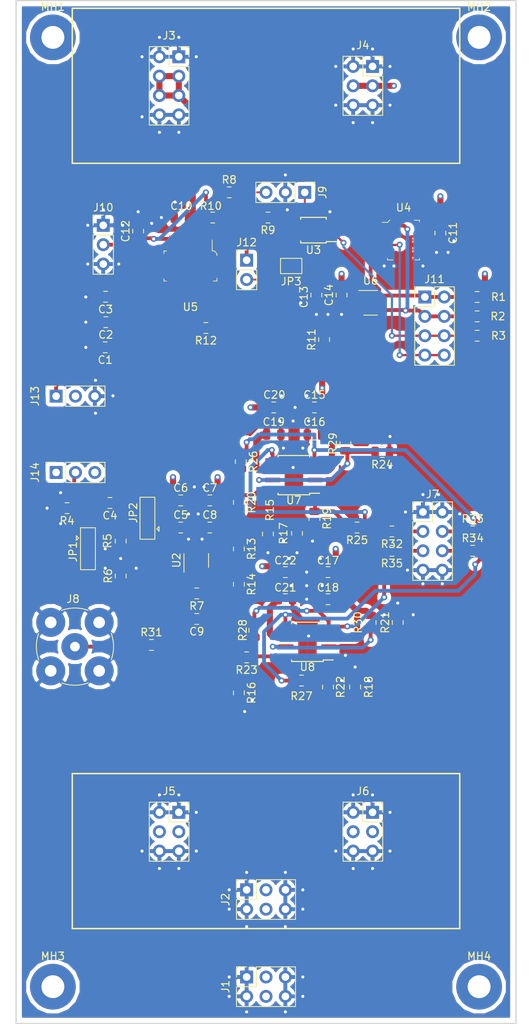
<source format=kicad_pcb>
(kicad_pcb (version 20171130) (host pcbnew "(5.0.0)")
  (title_block (title "Analogue board") (date 2019-05-27) (rev v01) (comment 4 "Author: Marek Sommer"))
  (layers (0 F.Cu signal) (1 In1.Cu signal) (2 In2.Cu signal) (31 B.Cu signal) (35 F.Paste user) (37 F.SilkS user) (39 F.Mask user) (44 Edge.Cuts user))
  (net 0 "")
  (net 1 GND)
  (net 2 VDD)
  (net 3 "Net-(C4-Pad1)")
  (net 4 "Net-(C4-Pad2)")
  (net 5 -5V)
  (net 6 +5V)
  (net 7 /Diff_amp/TIA_out)
  (net 8 "Net-(C9-Pad2)")
  (net 9 -36V)
  (net 10 +3V3)
  (net 11 /Diff_amp/half_out+)
  (net 12 /Diff_amp/5x_out-)
  (net 13 /Diff_amp/5x_out+)
  (net 14 /Diff_amp/half_out-)
  (net 15 /Diff_amp/SE_out)
  (net 16 "Net-(J9-Pad1)")
  (net 17 "Net-(J9-Pad3)")
  (net 18 /Power_regulation/SCL)
  (net 19 /Power_regulation/SDA)
  (net 20 /Power_regulation/WP_digipot)
  (net 21 /Power_regulation/ALERT_TMP1075)
  (net 22 "Net-(JP2-Pad2)")
  (net 23 "Net-(JP3-Pad2)")
  (net 24 "Net-(MH1-Pad1)")
  (net 25 "Net-(MH2-Pad1)")
  (net 26 "Net-(MH3-Pad1)")
  (net 27 "Net-(MH4-Pad1)")
  (net 28 "Net-(R11-Pad2)")
  (net 29 "Net-(R13-Pad1)")
  (net 30 "Net-(R14-Pad2)")
  (net 31 "Net-(R17-Pad1)")
  (net 32 "Net-(R18-Pad1)")
  (net 33 "Net-(R19-Pad1)")
  (net 34 "Net-(R20-Pad1)")
  (net 35 "Net-(R21-Pad1)")
  (net 36 "Net-(R22-Pad1)")
  (net 37 "Net-(R23-Pad1)")
  (net 38 "Net-(R24-Pad2)")
  (net 39 "Net-(R25-Pad1)")
  (net 40 "Net-(R26-Pad1)")
  (net 41 "Net-(R27-Pad1)")
  (net 42 "Net-(R28-Pad1)")
  (net 43 "Net-(J12-Pad1)")
  (net 44 "Net-(J12-Pad2)")
  (net 45 "Net-(J14-Pad2)")
  (net 46 "Net-(J13-Pad2)")
  (net 47 "Net-(J14-Pad3)")
  (net 48 "Net-(J14-Pad1)")
  (module Connector_PinHeader_2.54mm:PinHeader_2x04_P2.54mm_Vertical (layer F.Cu) (at 117.348 94.996)
    (fp_text reference J11 (at 1.27 -2.33) (layer F.SilkS))
    (fp_text value 02x04_Male)
    (pad 8 thru_hole oval (at 2.54 7.62) (size 1.7 1.7) (drill 1) (layers *.Cu *.Mask) (net 21 /Power_regulation/ALERT_TMP1075))
    (pad 7 thru_hole oval (at 0 7.62) (size 1.7 1.7) (drill 1) (layers *.Cu *.Mask) (net 21 /Power_regulation/ALERT_TMP1075))
    (pad 6 thru_hole oval (at 2.54 5.08) (size 1.7 1.7) (drill 1) (layers *.Cu *.Mask) (net 20 /Power_regulation/WP_digipot))
    (pad 5 thru_hole oval (at 0 5.08) (size 1.7 1.7) (drill 1) (layers *.Cu *.Mask) (net 20 /Power_regulation/WP_digipot))
    (pad 4 thru_hole oval (at 2.54 2.54) (size 1.7 1.7) (drill 1) (layers *.Cu *.Mask) (net 19 /Power_regulation/SDA))
    (pad 3 thru_hole oval (at 0 2.54) (size 1.7 1.7) (drill 1) (layers *.Cu *.Mask) (net 19 /Power_regulation/SDA))
    (pad 2 thru_hole oval (at 2.54 0) (size 1.7 1.7) (drill 1) (layers *.Cu *.Mask) (net 18 /Power_regulation/SCL))
    (pad 1 thru_hole rect (at 0 0) (size 1.7 1.7) (drill 1) (layers *.Cu *.Mask) (net 18 /Power_regulation/SCL))
  )
  (module Connector_PinSocket_2.54mm:PinSocket_2x04_P2.54mm_Vertical (layer F.Cu) (at 85.09 63.5)
    (fp_text reference J3 (at -1.27 -2.77) (layer F.SilkS))
    (fp_text value 02x04_Female)
    (pad 8 thru_hole oval (at -2.54 7.62) (size 1.7 1.7) (drill 1) (layers *.Cu *.Mask) (net 1 GND))
    (pad 7 thru_hole oval (at 0 7.62) (size 1.7 1.7) (drill 1) (layers *.Cu *.Mask) (net 1 GND))
    (pad 6 thru_hole oval (at -2.54 5.08) (size 1.7 1.7) (drill 1) (layers *.Cu *.Mask) (net 9 -36V))
    (pad 5 thru_hole oval (at 0 5.08) (size 1.7 1.7) (drill 1) (layers *.Cu *.Mask) (net 9 -36V))
    (pad 4 thru_hole oval (at -2.54 2.54) (size 1.7 1.7) (drill 1) (layers *.Cu *.Mask) (net 9 -36V))
    (pad 3 thru_hole oval (at 0 2.54) (size 1.7 1.7) (drill 1) (layers *.Cu *.Mask) (net 9 -36V))
    (pad 2 thru_hole oval (at -2.54 0) (size 1.7 1.7) (drill 1) (layers *.Cu *.Mask) (net 1 GND))
    (pad 1 thru_hole rect (at 0 0) (size 1.7 1.7) (drill 1) (layers *.Cu *.Mask) (net 1 GND))
  )
  (module Connector_PinSocket_2.54mm:PinSocket_2x03_P2.54mm_Vertical (layer F.Cu) (at 110.49 64.77)
    (fp_text reference J4 (at -1.27 -2.77) (layer F.SilkS))
    (fp_text value 02x03_Female)
    (pad 6 thru_hole oval (at -2.54 5.08) (size 1.7 1.7) (drill 1) (layers *.Cu *.Mask) (net 1 GND))
    (pad 5 thru_hole oval (at 0 5.08) (size 1.7 1.7) (drill 1) (layers *.Cu *.Mask) (net 1 GND))
    (pad 4 thru_hole oval (at -2.54 2.54) (size 1.7 1.7) (drill 1) (layers *.Cu *.Mask) (net 10 +3V3))
    (pad 3 thru_hole oval (at 0 2.54) (size 1.7 1.7) (drill 1) (layers *.Cu *.Mask) (net 10 +3V3))
    (pad 2 thru_hole oval (at -2.54 0) (size 1.7 1.7) (drill 1) (layers *.Cu *.Mask) (net 1 GND))
    (pad 1 thru_hole rect (at 0 0) (size 1.7 1.7) (drill 1) (layers *.Cu *.Mask) (net 1 GND))
  )
  (module Connector_PinSocket_2.54mm:PinSocket_2x03_P2.54mm_Vertical (layer F.Cu) (at 93.98 184.15 90)
    (fp_text reference J1 (at -1.27 -2.77 90) (layer F.SilkS))
    (fp_text value 02x03_Female)
    (pad 6 thru_hole oval (at -2.54 5.08 90) (size 1.7 1.7) (drill 1) (layers *.Cu *.Mask) (net 1 GND))
    (pad 5 thru_hole oval (at 0 5.08 90) (size 1.7 1.7) (drill 1) (layers *.Cu *.Mask) (net 1 GND))
    (pad 4 thru_hole oval (at -2.54 2.54 90) (size 1.7 1.7) (drill 1) (layers *.Cu *.Mask) (net 10 +3V3))
    (pad 3 thru_hole oval (at 0 2.54 90) (size 1.7 1.7) (drill 1) (layers *.Cu *.Mask) (net 10 +3V3))
    (pad 2 thru_hole oval (at -2.54 0 90) (size 1.7 1.7) (drill 1) (layers *.Cu *.Mask) (net 1 GND))
    (pad 1 thru_hole rect (at 0 0 90) (size 1.7 1.7) (drill 1) (layers *.Cu *.Mask) (net 1 GND))
  )
  (module Connector_PinSocket_2.54mm:PinSocket_2x03_P2.54mm_Vertical (layer F.Cu) (at 93.98 172.72 90)
    (fp_text reference J2 (at -1.27 -2.77 90) (layer F.SilkS))
    (fp_text value 02x03_Female)
    (pad 6 thru_hole oval (at -2.54 5.08 90) (size 1.7 1.7) (drill 1) (layers *.Cu *.Mask) (net 1 GND))
    (pad 5 thru_hole oval (at 0 5.08 90) (size 1.7 1.7) (drill 1) (layers *.Cu *.Mask) (net 1 GND))
    (pad 4 thru_hole oval (at -2.54 2.54 90) (size 1.7 1.7) (drill 1) (layers *.Cu *.Mask) (net 10 +3V3))
    (pad 3 thru_hole oval (at 0 2.54 90) (size 1.7 1.7) (drill 1) (layers *.Cu *.Mask) (net 10 +3V3))
    (pad 2 thru_hole oval (at -2.54 0 90) (size 1.7 1.7) (drill 1) (layers *.Cu *.Mask) (net 1 GND))
    (pad 1 thru_hole rect (at 0 0 90) (size 1.7 1.7) (drill 1) (layers *.Cu *.Mask) (net 1 GND))
  )
  (module Connector_PinSocket_2.54mm:PinSocket_2x03_P2.54mm_Vertical (layer F.Cu) (at 110.49 162.56)
    (fp_text reference J6 (at -1.27 -2.77) (layer F.SilkS))
    (fp_text value 02x03_Female)
    (pad 6 thru_hole oval (at -2.54 5.08) (size 1.7 1.7) (drill 1) (layers *.Cu *.Mask) (net 1 GND))
    (pad 5 thru_hole oval (at 0 5.08) (size 1.7 1.7) (drill 1) (layers *.Cu *.Mask) (net 1 GND))
    (pad 4 thru_hole oval (at -2.54 2.54) (size 1.7 1.7) (drill 1) (layers *.Cu *.Mask) (net 5 -5V))
    (pad 3 thru_hole oval (at 0 2.54) (size 1.7 1.7) (drill 1) (layers *.Cu *.Mask) (net 5 -5V))
    (pad 2 thru_hole oval (at -2.54 0) (size 1.7 1.7) (drill 1) (layers *.Cu *.Mask) (net 1 GND))
    (pad 1 thru_hole rect (at 0 0) (size 1.7 1.7) (drill 1) (layers *.Cu *.Mask) (net 1 GND))
  )
  (module Connector_PinSocket_2.54mm:PinSocket_2x03_P2.54mm_Vertical (layer F.Cu) (at 85.09 162.56)
    (fp_text reference J5 (at -1.27 -2.77) (layer F.SilkS))
    (fp_text value 02x03_Female)
    (pad 6 thru_hole oval (at -2.54 5.08) (size 1.7 1.7) (drill 1) (layers *.Cu *.Mask) (net 1 GND))
    (pad 5 thru_hole oval (at 0 5.08) (size 1.7 1.7) (drill 1) (layers *.Cu *.Mask) (net 1 GND))
    (pad 4 thru_hole oval (at -2.54 2.54) (size 1.7 1.7) (drill 1) (layers *.Cu *.Mask) (net 6 +5V))
    (pad 3 thru_hole oval (at 0 2.54) (size 1.7 1.7) (drill 1) (layers *.Cu *.Mask) (net 6 +5V))
    (pad 2 thru_hole oval (at -2.54 0) (size 1.7 1.7) (drill 1) (layers *.Cu *.Mask) (net 1 GND))
    (pad 1 thru_hole rect (at 0 0) (size 1.7 1.7) (drill 1) (layers *.Cu *.Mask) (net 1 GND))
  )
  (module Capacitor_SMD:C_0805_2012Metric (layer F.Cu) (at 75.438 101.6 180)
    (fp_text reference C1 (at 0 -1.65 180) (layer F.SilkS))
    (fp_text value 10uF)
    (pad 2 smd roundrect (at 0.9375 0 180) (size 0.975 1.4) (layers F.Cu F.Paste F.Mask) (net 1 GND))
    (pad 1 smd roundrect (at -0.9375 0 180) (size 0.975 1.4) (layers F.Cu F.Paste F.Mask) (net 2 VDD))
  )
  (module Capacitor_SMD:C_0805_2012Metric (layer F.Cu) (at 75.5165 98.298 180)
    (fp_text reference C2 (at 0 -1.65 180) (layer F.SilkS))
    (fp_text value 1uF)
    (pad 2 smd roundrect (at 0.9375 0 180) (size 0.975 1.4) (layers F.Cu F.Paste F.Mask) (net 1 GND))
    (pad 1 smd roundrect (at -0.9375 0 180) (size 0.975 1.4) (layers F.Cu F.Paste F.Mask) (net 2 VDD))
  )
  (module Capacitor_SMD:C_0805_2012Metric (layer F.Cu) (at 75.485846 94.965346 180)
    (fp_text reference C3 (at 0 -1.65 180) (layer F.SilkS))
    (fp_text value 0.01uF)
    (pad 2 smd roundrect (at 0.9375 0 180) (size 0.975 1.4) (layers F.Cu F.Paste F.Mask) (net 1 GND))
    (pad 1 smd roundrect (at -0.9375 0 180) (size 0.975 1.4) (layers F.Cu F.Paste F.Mask) (net 2 VDD))
  )
  (module Capacitor_SMD:C_0805_2012Metric (layer F.Cu) (at 76.0625 122 180)
    (fp_text reference C4 (at 0 -1.65 180) (layer F.SilkS))
    (fp_text value 100nF)
    (pad 1 smd roundrect (at -0.9375 0 180) (size 0.975 1.4) (layers F.Cu F.Paste F.Mask) (net 3 "Net-(C4-Pad1)"))
    (pad 2 smd roundrect (at 0.9375 0 180) (size 0.975 1.4) (layers F.Cu F.Paste F.Mask) (net 4 "Net-(C4-Pad2)"))
  )
  (module Capacitor_SMD:C_0805_2012Metric (layer F.Cu) (at 85.344 125.222)
    (fp_text reference C5 (at 0 -1.65) (layer F.SilkS))
    (fp_text value 0.1uF)
    (pad 1 smd roundrect (at -0.9375 0) (size 0.975 1.4) (layers F.Cu F.Paste F.Mask) (net 5 -5V))
    (pad 2 smd roundrect (at 0.9375 0) (size 0.975 1.4) (layers F.Cu F.Paste F.Mask) (net 1 GND))
  )
  (module Capacitor_SMD:C_0805_2012Metric (layer F.Cu) (at 85.344 121.666)
    (fp_text reference C6 (at 0 -1.65) (layer F.SilkS))
    (fp_text value 10uF)
    (pad 2 smd roundrect (at 0.9375 0) (size 0.975 1.4) (layers F.Cu F.Paste F.Mask) (net 1 GND))
    (pad 1 smd roundrect (at -0.9375 0) (size 0.975 1.4) (layers F.Cu F.Paste F.Mask) (net 5 -5V))
  )
  (module Capacitor_SMD:C_0805_2012Metric (layer F.Cu) (at 89.154 121.666)
    (fp_text reference C7 (at 0 -1.65) (layer F.SilkS))
    (fp_text value 10uF)
    (pad 1 smd roundrect (at -0.9375 0) (size 0.975 1.4) (layers F.Cu F.Paste F.Mask) (net 1 GND))
    (pad 2 smd roundrect (at 0.9375 0) (size 0.975 1.4) (layers F.Cu F.Paste F.Mask) (net 6 +5V))
  )
  (module Capacitor_SMD:C_0805_2012Metric (layer F.Cu) (at 89.154 125.222)
    (fp_text reference C8 (at 0 -1.65) (layer F.SilkS))
    (fp_text value 0.1uF)
    (pad 2 smd roundrect (at 0.9375 0) (size 0.975 1.4) (layers F.Cu F.Paste F.Mask) (net 6 +5V))
    (pad 1 smd roundrect (at -0.9375 0) (size 0.975 1.4) (layers F.Cu F.Paste F.Mask) (net 1 GND))
  )
  (module Capacitor_SMD:C_0805_2012Metric (layer F.Cu) (at 87.44434 137.20826 180)
    (fp_text reference C9 (at 0 -1.65 180) (layer F.SilkS))
    (fp_text value 3pF)
    (pad 1 smd roundrect (at -0.9375 0 180) (size 0.975 1.4) (layers F.Cu F.Paste F.Mask) (net 7 /Diff_amp/TIA_out))
    (pad 2 smd roundrect (at 0.9375 0 180) (size 0.975 1.4) (layers F.Cu F.Paste F.Mask) (net 8 "Net-(C9-Pad2)"))
  )
  (module Capacitor_SMD:C_0805_2012Metric (layer F.Cu) (at 85.4225 84.582 180)
    (fp_text reference C10 (at 0 1.524 180) (layer F.SilkS))
    (fp_text value 10uF/50V)
    (pad 2 smd roundrect (at 0.9375 0 180) (size 0.975 1.4) (layers F.Cu F.Paste F.Mask) (net 1 GND))
    (pad 1 smd roundrect (at -0.9375 0 180) (size 0.975 1.4) (layers F.Cu F.Paste F.Mask) (net 9 -36V))
  )
  (module Capacitor_SMD:C_0805_2012Metric (layer F.Cu) (at 119.38 86.614 270)
    (fp_text reference C11 (at 0 -1.65 270) (layer F.SilkS))
    (fp_text value 1uF)
    (pad 1 smd roundrect (at -0.9375 0 270) (size 0.975 1.4) (layers F.Cu F.Paste F.Mask) (net 10 +3V3))
    (pad 2 smd roundrect (at 0.9375 0 270) (size 0.975 1.4) (layers F.Cu F.Paste F.Mask) (net 1 GND))
  )
  (module Capacitor_SMD:C_0805_2012Metric (layer F.Cu) (at 79.756 86.36 90)
    (fp_text reference C12 (at 0 -1.65 270) (layer F.SilkS))
    (fp_text value 1uF/50V)
    (pad 2 smd roundrect (at 0.9375 0 90) (size 0.975 1.4) (layers F.Cu F.Paste F.Mask) (net 1 GND))
    (pad 1 smd roundrect (at -0.9375 0 90) (size 0.975 1.4) (layers F.Cu F.Paste F.Mask) (net 2 VDD))
  )
  (module Capacitor_SMD:C_0805_2012Metric (layer F.Cu) (at 103.124 94.742 90)
    (fp_text reference C13 (at -0.254 -1.65 90) (layer F.SilkS))
    (fp_text value 1uF)
    (pad 2 smd roundrect (at 0.9375 0 90) (size 0.975 1.4) (layers F.Cu F.Paste F.Mask) (net 10 +3V3))
    (pad 1 smd roundrect (at -0.9375 0 90) (size 0.975 1.4) (layers F.Cu F.Paste F.Mask) (net 1 GND))
  )
  (module Capacitor_SMD:C_0805_2012Metric (layer F.Cu) (at 106.426 94.742 90)
    (fp_text reference C14 (at 0 -1.65 90) (layer F.SilkS))
    (fp_text value 0.1uF)
    (pad 1 smd roundrect (at -0.9375 0 90) (size 0.975 1.4) (layers F.Cu F.Paste F.Mask) (net 1 GND))
    (pad 2 smd roundrect (at 0.9375 0 90) (size 0.975 1.4) (layers F.Cu F.Paste F.Mask) (net 10 +3V3))
  )
  (module Capacitor_SMD:C_0805_2012Metric (layer F.Cu) (at 102.87 109.474)
    (fp_text reference C15 (at 0 -1.65) (layer F.SilkS))
    (fp_text value 10uF)
    (pad 1 smd roundrect (at -0.9375 0) (size 0.975 1.4) (layers F.Cu F.Paste F.Mask) (net 1 GND))
    (pad 2 smd roundrect (at 0.9375 0) (size 0.975 1.4) (layers F.Cu F.Paste F.Mask) (net 6 +5V))
  )
  (module Capacitor_SMD:C_0805_2012Metric (layer F.Cu) (at 102.87 113.03)
    (fp_text reference C16 (at 0 -1.65) (layer F.SilkS))
    (fp_text value 0.1uF)
    (pad 2 smd roundrect (at 0.9375 0) (size 0.975 1.4) (layers F.Cu F.Paste F.Mask) (net 6 +5V))
    (pad 1 smd roundrect (at -0.9375 0) (size 0.975 1.4) (layers F.Cu F.Paste F.Mask) (net 1 GND))
  )
  (module Capacitor_SMD:C_0805_2012Metric (layer F.Cu) (at 104.648 131.064)
    (fp_text reference C17 (at 0 -1.524) (layer F.SilkS))
    (fp_text value 10uF)
    (pad 1 smd roundrect (at -0.9375 0) (size 0.975 1.4) (layers F.Cu F.Paste F.Mask) (net 1 GND))
    (pad 2 smd roundrect (at 0.9375 0) (size 0.975 1.4) (layers F.Cu F.Paste F.Mask) (net 6 +5V))
  )
  (module Capacitor_SMD:C_0805_2012Metric (layer F.Cu) (at 104.648 134.62)
    (fp_text reference C18 (at 0 -1.524) (layer F.SilkS))
    (fp_text value 0.1uF)
    (pad 2 smd roundrect (at 0.9375 0) (size 0.975 1.4) (layers F.Cu F.Paste F.Mask) (net 6 +5V))
    (pad 1 smd roundrect (at -0.9375 0) (size 0.975 1.4) (layers F.Cu F.Paste F.Mask) (net 1 GND))
  )
  (module Capacitor_SMD:C_0805_2012Metric (layer F.Cu) (at 97.536 113.03 180)
    (fp_text reference C19 (at 0 1.651 180) (layer F.SilkS))
    (fp_text value 0.1uF)
    (pad 1 smd roundrect (at -0.9375 0 180) (size 0.975 1.4) (layers F.Cu F.Paste F.Mask) (net 1 GND))
    (pad 2 smd roundrect (at 0.9375 0 180) (size 0.975 1.4) (layers F.Cu F.Paste F.Mask) (net 5 -5V))
  )
  (module Capacitor_SMD:C_0805_2012Metric (layer F.Cu) (at 97.536 109.474 180)
    (fp_text reference C20 (at -0.0785 1.651 180) (layer F.SilkS))
    (fp_text value 10uF)
    (pad 2 smd roundrect (at 0.9375 0 180) (size 0.975 1.4) (layers F.Cu F.Paste F.Mask) (net 5 -5V))
    (pad 1 smd roundrect (at -0.9375 0 180) (size 0.975 1.4) (layers F.Cu F.Paste F.Mask) (net 1 GND))
  )
  (module Capacitor_SMD:C_0805_2012Metric (layer F.Cu) (at 99.06 134.62 180)
    (fp_text reference C21 (at 0 1.524 180) (layer F.SilkS))
    (fp_text value 0.1uF)
    (pad 1 smd roundrect (at -0.9375 0 180) (size 0.975 1.4) (layers F.Cu F.Paste F.Mask) (net 1 GND))
    (pad 2 smd roundrect (at 0.9375 0 180) (size 0.975 1.4) (layers F.Cu F.Paste F.Mask) (net 5 -5V))
  )
  (module Capacitor_SMD:C_0805_2012Metric (layer F.Cu) (at 99.06 131.064 180)
    (fp_text reference C22 (at 0 1.524 180) (layer F.SilkS))
    (fp_text value 10uF)
    (pad 1 smd roundrect (at -0.9375 0 180) (size 0.975 1.4) (layers F.Cu F.Paste F.Mask) (net 1 GND))
    (pad 2 smd roundrect (at 0.9375 0 180) (size 0.975 1.4) (layers F.Cu F.Paste F.Mask) (net 5 -5V))
  )
  (module Connector_PinHeader_2.54mm:PinHeader_2x04_P2.54mm_Vertical (layer F.Cu) (at 117.094 123.19)
    (fp_text reference J7 (at 1.27 -2.33) (layer F.SilkS))
    (fp_text value 02x04_Male)
    (pad 1 thru_hole rect (at 0 0) (size 1.7 1.7) (drill 1) (layers *.Cu *.Mask) (net 1 GND))
    (pad 2 thru_hole oval (at 2.54 0) (size 1.7 1.7) (drill 1) (layers *.Cu *.Mask) (net 1 GND))
    (pad 3 thru_hole oval (at 0 2.54) (size 1.7 1.7) (drill 1) (layers *.Cu *.Mask) (net 11 /Diff_amp/half_out+))
    (pad 4 thru_hole oval (at 2.54 2.54) (size 1.7 1.7) (drill 1) (layers *.Cu *.Mask) (net 14 /Diff_amp/half_out-))
    (pad 5 thru_hole oval (at 0 5.08) (size 1.7 1.7) (drill 1) (layers *.Cu *.Mask) (net 12 /Diff_amp/5x_out-))
    (pad 6 thru_hole oval (at 2.54 5.08) (size 1.7 1.7) (drill 1) (layers *.Cu *.Mask) (net 13 /Diff_amp/5x_out+))
    (pad 7 thru_hole oval (at 0 7.62) (size 1.7 1.7) (drill 1) (layers *.Cu *.Mask) (net 1 GND))
    (pad 8 thru_hole oval (at 2.54 7.62) (size 1.7 1.7) (drill 1) (layers *.Cu *.Mask) (net 1 GND))
  )
  (module Connector_Coaxial:BNC_TEConnectivity_1478204_Vertical (layer F.Cu) (at 71.47052 140.83538)
    (fp_text reference J8 (at -0.25 -6.25) (layer F.SilkS))
    (fp_text value Conn_Coaxial)
    (pad 2 thru_hole circle (at -3.175 -3.175) (size 3.81 3.81) (drill 1.524) (layers *.Cu *.Mask) (net 1 GND))
    (pad 1 thru_hole circle (at 0 0) (size 3.556 3.556) (drill 1.27) (layers *.Cu *.Mask) (net 15 /Diff_amp/SE_out))
    (pad 2 thru_hole circle (at 3.175 -3.175) (size 3.81 3.81) (drill 1.524) (layers *.Cu *.Mask) (net 1 GND))
    (pad 2 thru_hole circle (at -3.175 3.175) (size 3.81 3.81) (drill 1.524) (layers *.Cu *.Mask) (net 1 GND))
    (pad 2 thru_hole circle (at 3.175 3.175) (size 3.81 3.81) (drill 1.524) (layers *.Cu *.Mask) (net 1 GND))
  )
  (module Connector_PinHeader_2.54mm:PinHeader_1x03_P2.54mm_Vertical (layer F.Cu) (at 101.6 81.28 270)
    (fp_text reference J9 (at 0 -2.33 270) (layer F.SilkS))
    (fp_text value 01x03_Male)
    (pad 1 thru_hole rect (at 0 0 270) (size 1.7 1.7) (drill 1) (layers *.Cu *.Mask) (net 16 "Net-(J9-Pad1)"))
    (pad 2 thru_hole oval (at 0 2.54 270) (size 1.7 1.7) (drill 1) (layers *.Cu *.Mask) (net 1 GND))
    (pad 3 thru_hole oval (at 0 5.08 270) (size 1.7 1.7) (drill 1) (layers *.Cu *.Mask) (net 17 "Net-(J9-Pad3)"))
  )
  (module Connector_PinHeader_2.54mm:PinHeader_1x03_P2.54mm_Vertical (layer F.Cu) (at 75.184 85.598)
    (fp_text reference J10 (at 0 -2.33) (layer F.SilkS))
    (fp_text value 01x03_Male)
    (pad 3 thru_hole oval (at 0 5.08) (size 1.7 1.7) (drill 1) (layers *.Cu *.Mask) (net 1 GND))
    (pad 2 thru_hole oval (at 0 2.54) (size 1.7 1.7) (drill 1) (layers *.Cu *.Mask) (net 2 VDD))
    (pad 1 thru_hole rect (at 0 0) (size 1.7 1.7) (drill 1) (layers *.Cu *.Mask) (net 1 GND))
  )
  (module Jumper:SolderJumper-3_P2.0mm_Open_TrianglePad1.0x1.5mm (layer F.Cu) (at 73.152 128 270)
    (fp_text reference JP1 (at 0.397 1.9402 270) (layer F.SilkS))
    (fp_text value Jumper_3_Open)
    (pad 1 smd custom (at -2 0 270) (size 0.3 0.3) (layers F.Cu F.Mask) (net 4 "Net-(C4-Pad2)") (options (clearance outline) (anchor rect)) (primitives (gr_poly (pts (xy -0.5 -0.75) (xy 0.5 -0.75) (xy 1 0) (xy 0.5 0.75) (xy -0.5 0.75)) (width 0))))
    (pad 2 smd custom (at 0 0 270) (size 0.3 0.3) (layers F.Cu) (net 45 "Net-(J14-Pad2)") (options (clearance outline) (anchor rect)) (primitives (gr_poly (pts (xy -1.2 -0.75) (xy 1.2 -0.75) (xy 0.7 0) (xy 1.2 0.75) (xy -1.2 0.75) (xy -0.7 0)) (width 0))))
    (pad 3 smd custom (at 2 0 90) (size 0.3 0.3) (layers F.Cu F.Mask) (net 8 "Net-(C9-Pad2)") (options (clearance outline) (anchor rect)) (primitives (gr_poly (pts (xy -0.5 -0.75) (xy 0.5 -0.75) (xy 1 0) (xy 0.5 0.75) (xy -0.5 0.75)) (width 0))))
  )
  (module Jumper:SolderJumper-3_P2.0mm_Open_TrianglePad1.0x1.5mm (layer F.Cu) (at 81 124 90)
    (fp_text reference JP2 (at 0.7084 -1.879 90) (layer F.SilkS))
    (fp_text value Jumper_3_Open)
    (pad 3 smd custom (at 2 0 270) (size 0.3 0.3) (layers F.Cu F.Mask) (net 3 "Net-(C4-Pad1)") (options (clearance outline) (anchor rect)) (primitives (gr_poly (pts (xy -0.5 -0.75) (xy 0.5 -0.75) (xy 1 0) (xy 0.5 0.75) (xy -0.5 0.75)) (width 0))))
    (pad 2 smd custom (at 0 0 90) (size 0.3 0.3) (layers F.Cu) (net 22 "Net-(JP2-Pad2)") (options (clearance outline) (anchor rect)) (primitives (gr_poly (pts (xy -1.2 -0.75) (xy 1.2 -0.75) (xy 0.7 0) (xy 1.2 0.75) (xy -1.2 0.75) (xy -0.7 0)) (width 0))))
    (pad 1 smd custom (at -2 0 90) (size 0.3 0.3) (layers F.Cu F.Mask) (net 1 GND) (options (clearance outline) (anchor rect)) (primitives (gr_poly (pts (xy -0.5 -0.75) (xy 0.5 -0.75) (xy 1 0) (xy 0.5 0.75) (xy -0.5 0.75)) (width 0))))
  )
  (module Jumper:SolderJumper-2_P1.3mm_Open_Pad1.0x1.5mm (layer F.Cu) (at 99.822 90.932 180)
    (fp_text reference JP3 (at 0 -2.032 180) (layer F.SilkS))
    (fp_text value Jumper)
    (pad 2 smd rect (at 0.65 0 180) (size 1 1.5) (layers F.Cu F.Mask) (net 23 "Net-(JP3-Pad2)"))
    (pad 1 smd rect (at -0.65 0 180) (size 1 1.5) (layers F.Cu F.Mask) (net 10 +3V3))
  )
  (module MountingHole:MountingHole_3mm_Pad (layer F.Cu) (at 68.58 60.96)
    (fp_text reference MH1 (at 0 -4) (layer F.SilkS))
    (fp_text value MountingHole_Pad)
    (pad 1 thru_hole circle (at 0 0) (size 6 6) (drill 3) (layers *.Cu *.Mask) (net 24 "Net-(MH1-Pad1)"))
  )
  (module MountingHole:MountingHole_3mm_Pad (layer F.Cu) (at 124.46 60.96)
    (fp_text reference MH2 (at 0 -4) (layer F.SilkS))
    (fp_text value MountingHole_Pad)
    (pad 1 thru_hole circle (at 0 0) (size 6 6) (drill 3) (layers *.Cu *.Mask) (net 25 "Net-(MH2-Pad1)"))
  )
  (module MountingHole:MountingHole_3mm_Pad (layer F.Cu) (at 68.58 185.42)
    (fp_text reference MH3 (at 0 -4) (layer F.SilkS))
    (fp_text value MountingHole_Pad)
    (pad 1 thru_hole circle (at 0 0) (size 6 6) (drill 3) (layers *.Cu *.Mask) (net 26 "Net-(MH3-Pad1)"))
  )
  (module MountingHole:MountingHole_3mm_Pad (layer F.Cu) (at 124.46 185.42)
    (fp_text reference MH4 (at 0 -4) (layer F.SilkS))
    (fp_text value MountingHole_Pad)
    (pad 1 thru_hole circle (at 0 0) (size 6 6) (drill 3) (layers *.Cu *.Mask) (net 27 "Net-(MH4-Pad1)"))
  )
  (module Resistor_SMD:R_0805_2012Metric (layer F.Cu) (at 124.206 94.996 180)
    (fp_text reference R1 (at -2.794 0 180) (layer F.SilkS))
    (fp_text value 10k)
    (pad 1 smd roundrect (at -0.9375 0 180) (size 0.975 1.4) (layers F.Cu F.Paste F.Mask) (net 10 +3V3))
    (pad 2 smd roundrect (at 0.9375 0 180) (size 0.975 1.4) (layers F.Cu F.Paste F.Mask) (net 18 /Power_regulation/SCL))
  )
  (module Resistor_SMD:R_0805_2012Metric (layer F.Cu) (at 124.206 97.536 180)
    (fp_text reference R2 (at -2.7155 0 180) (layer F.SilkS))
    (fp_text value 10k)
    (pad 2 smd roundrect (at 0.9375 0 180) (size 0.975 1.4) (layers F.Cu F.Paste F.Mask) (net 19 /Power_regulation/SDA))
    (pad 1 smd roundrect (at -0.9375 0 180) (size 0.975 1.4) (layers F.Cu F.Paste F.Mask) (net 10 +3V3))
  )
  (module Resistor_SMD:R_0805_2012Metric (layer F.Cu) (at 124.206 100.076 180)
    (fp_text reference R3 (at -2.794 0 180) (layer F.SilkS))
    (fp_text value 10k)
    (pad 1 smd roundrect (at -0.9375 0 180) (size 0.975 1.4) (layers F.Cu F.Paste F.Mask) (net 10 +3V3))
    (pad 2 smd roundrect (at 0.9375 0 180) (size 0.975 1.4) (layers F.Cu F.Paste F.Mask) (net 20 /Power_regulation/WP_digipot))
  )
  (module Resistor_SMD:R_0805_2012Metric (layer F.Cu) (at 70.4365 122.682 180)
    (fp_text reference R4 (at 0 -1.65 180) (layer F.SilkS))
    (fp_text value 10R)
    (pad 1 smd roundrect (at -0.9375 0 180) (size 0.975 1.4) (layers F.Cu F.Paste F.Mask) (net 45 "Net-(J14-Pad2)"))
    (pad 2 smd roundrect (at 0.9375 0 180) (size 0.975 1.4) (layers F.Cu F.Paste F.Mask) (net 1 GND))
  )
  (module Resistor_SMD:R_0805_2012Metric (layer F.Cu) (at 77.47 127 270)
    (fp_text reference R5 (at -0.0254 1.7238 270) (layer F.SilkS))
    (fp_text value 1k)
    (pad 1 smd roundrect (at -0.9375 0 270) (size 0.975 1.4) (layers F.Cu F.Paste F.Mask) (net 3 "Net-(C4-Pad1)"))
    (pad 2 smd roundrect (at 0.9375 0 270) (size 0.975 1.4) (layers F.Cu F.Paste F.Mask) (net 1 GND))
  )
  (module Resistor_SMD:R_0805_2012Metric (layer F.Cu) (at 77.47 131.572 90)
    (fp_text reference R6 (at 0 -1.65 90) (layer F.SilkS))
    (fp_text value 100R)
    (pad 2 smd roundrect (at 0.9375 0 90) (size 0.975 1.4) (layers F.Cu F.Paste F.Mask) (net 1 GND))
    (pad 1 smd roundrect (at -0.9375 0 90) (size 0.975 1.4) (layers F.Cu F.Paste F.Mask) (net 8 "Net-(C9-Pad2)"))
  )
  (module Resistor_SMD:R_0805_2012Metric (layer F.Cu) (at 87.44204 133.858 180)
    (fp_text reference R7 (at 0 -1.65 180) (layer F.SilkS))
    (fp_text value 470R)
    (pad 2 smd roundrect (at 0.9375 0 180) (size 0.975 1.4) (layers F.Cu F.Paste F.Mask) (net 8 "Net-(C9-Pad2)"))
    (pad 1 smd roundrect (at -0.9375 0 180) (size 0.975 1.4) (layers F.Cu F.Paste F.Mask) (net 7 /Diff_amp/TIA_out))
  )
  (module Resistor_SMD:R_0805_2012Metric (layer F.Cu) (at 91.694 81.28)
    (fp_text reference R8 (at 0 -1.65) (layer F.SilkS))
    (fp_text value 30k)
    (pad 2 smd roundrect (at 0.9375 0) (size 0.975 1.4) (layers F.Cu F.Paste F.Mask) (net 17 "Net-(J9-Pad3)"))
    (pad 1 smd roundrect (at -0.9375 0) (size 0.975 1.4) (layers F.Cu F.Paste F.Mask) (net 43 "Net-(J12-Pad1)"))
  )
  (module Resistor_SMD:R_0805_2012Metric (layer F.Cu) (at 96.774 84.582 180)
    (fp_text reference R9 (at 0 -1.65 180) (layer F.SilkS))
    (fp_text value 2.7k)
    (pad 1 smd roundrect (at -0.9375 0 180) (size 0.975 1.4) (layers F.Cu F.Paste F.Mask) (net 1 GND))
    (pad 2 smd roundrect (at 0.9375 0 180) (size 0.975 1.4) (layers F.Cu F.Paste F.Mask) (net 43 "Net-(J12-Pad1)"))
  )
  (module Resistor_SMD:R_0805_2012Metric (layer F.Cu) (at 89.535 84.582 180)
    (fp_text reference R10 (at 0.254 1.524 180) (layer F.SilkS))
    (fp_text value 120R)
    (pad 2 smd roundrect (at 0.9375 0 180) (size 0.975 1.4) (layers F.Cu F.Paste F.Mask) (net 2 VDD))
    (pad 1 smd roundrect (at -0.9375 0 180) (size 0.975 1.4) (layers F.Cu F.Paste F.Mask) (net 43 "Net-(J12-Pad1)"))
  )
  (module Resistor_SMD:R_0805_2012Metric (layer F.Cu) (at 104.14 100.584 90)
    (fp_text reference R11 (at 0 -1.65 90) (layer F.SilkS))
    (fp_text value 4k)
    (pad 1 smd roundrect (at -0.9375 0 90) (size 0.975 1.4) (layers F.Cu F.Paste F.Mask) (net 6 +5V))
    (pad 2 smd roundrect (at 0.9375 0 90) (size 0.975 1.4) (layers F.Cu F.Paste F.Mask) (net 28 "Net-(R11-Pad2)"))
  )
  (module Resistor_SMD:R_0805_2012Metric (layer F.Cu) (at 88.646 99.06 180)
    (fp_text reference R12 (at 0 -1.65 180) (layer F.SilkS))
    (fp_text value 26k)
    (pad 2 smd roundrect (at 0.9375 0 180) (size 0.975 1.4) (layers F.Cu F.Paste F.Mask) (net 2 VDD))
    (pad 1 smd roundrect (at -0.9375 0 180) (size 0.975 1.4) (layers F.Cu F.Paste F.Mask) (net 28 "Net-(R11-Pad2)"))
  )
  (module Resistor_SMD:R_0805_2012Metric (layer F.Cu) (at 92.964 128.016 270)
    (fp_text reference R13 (at 0 -1.65 270) (layer F.SilkS))
    (fp_text value 50R)
    (pad 1 smd roundrect (at -0.9375 0 270) (size 0.975 1.4) (layers F.Cu F.Paste F.Mask) (net 29 "Net-(R13-Pad1)"))
    (pad 2 smd roundrect (at 0.9375 0 270) (size 0.975 1.4) (layers F.Cu F.Paste F.Mask) (net 7 /Diff_amp/TIA_out))
  )
  (module Resistor_SMD:R_0805_2012Metric (layer F.Cu) (at 92.964 132.6665 270)
    (fp_text reference R14 (at 0 -1.65 270) (layer F.SilkS))
    (fp_text value 50R)
    (pad 2 smd roundrect (at 0.9375 0 270) (size 0.975 1.4) (layers F.Cu F.Paste F.Mask) (net 30 "Net-(R14-Pad2)"))
    (pad 1 smd roundrect (at -0.9375 0 270) (size 0.975 1.4) (layers F.Cu F.Paste F.Mask) (net 7 /Diff_amp/TIA_out))
  )
  (module Resistor_SMD:R_0805_2012Metric (layer F.Cu) (at 96.774 126.0625 270)
    (fp_text reference R15 (at -3.1265 -0.254 270) (layer F.SilkS))
    (fp_text value 24.9R)
    (pad 1 smd roundrect (at -0.9375 0 270) (size 0.975 1.4) (layers F.Cu F.Paste F.Mask) (net 29 "Net-(R13-Pad1)"))
    (pad 2 smd roundrect (at 0.9375 0 270) (size 0.975 1.4) (layers F.Cu F.Paste F.Mask) (net 1 GND))
  )
  (module Resistor_SMD:R_0805_2012Metric (layer F.Cu) (at 92.964 146.8905 270)
    (fp_text reference R16 (at 0 -1.65 270) (layer F.SilkS))
    (fp_text value 84.5R)
    (pad 1 smd roundrect (at -0.9375 0 270) (size 0.975 1.4) (layers F.Cu F.Paste F.Mask) (net 30 "Net-(R14-Pad2)"))
    (pad 2 smd roundrect (at 0.9375 0 270) (size 0.975 1.4) (layers F.Cu F.Paste F.Mask) (net 1 GND))
  )
  (module Resistor_SMD:R_0805_2012Metric (layer F.Cu) (at 100.584 125.984 270)
    (fp_text reference R17 (at 0 1.778 270) (layer F.SilkS))
    (fp_text value 16.5R)
    (pad 1 smd roundrect (at -0.9375 0 270) (size 0.975 1.4) (layers F.Cu F.Paste F.Mask) (net 31 "Net-(R17-Pad1)"))
    (pad 2 smd roundrect (at 0.9375 0 270) (size 0.975 1.4) (layers F.Cu F.Paste F.Mask) (net 1 GND))
  )
  (module Resistor_SMD:R_0805_2012Metric (layer F.Cu) (at 108.204 146.1285 90)
    (fp_text reference R18 (at 0 1.778 90) (layer F.SilkS))
    (fp_text value 31.6R)
    (pad 2 smd roundrect (at 0.9375 0 90) (size 0.975 1.4) (layers F.Cu F.Paste F.Mask) (net 1 GND))
    (pad 1 smd roundrect (at -0.9375 0 90) (size 0.975 1.4) (layers F.Cu F.Paste F.Mask) (net 32 "Net-(R18-Pad1)"))
  )
  (module Resistor_SMD:R_0805_2012Metric (layer F.Cu) (at 102.87 124.0305 270)
    (fp_text reference R19 (at 0 -1.65 270) (layer F.SilkS))
    (fp_text value 255R)
    (pad 2 smd roundrect (at 0.9375 0 270) (size 0.975 1.4) (layers F.Cu F.Paste F.Mask) (net 31 "Net-(R17-Pad1)"))
    (pad 1 smd roundrect (at -0.9375 0 270) (size 0.975 1.4) (layers F.Cu F.Paste F.Mask) (net 33 "Net-(R19-Pad1)"))
  )
  (module Resistor_SMD:R_0805_2012Metric (layer F.Cu) (at 92.964 121.92 270)
    (fp_text reference R20 (at 0 -1.65 270) (layer F.SilkS))
    (fp_text value 255R)
    (pad 2 smd roundrect (at 0.9375 0 270) (size 0.975 1.4) (layers F.Cu F.Paste F.Mask) (net 29 "Net-(R13-Pad1)"))
    (pad 1 smd roundrect (at -0.9375 0 270) (size 0.975 1.4) (layers F.Cu F.Paste F.Mask) (net 34 "Net-(R20-Pad1)"))
  )
  (module Resistor_SMD:R_0805_2012Metric (layer F.Cu) (at 113.792 137.668 90)
    (fp_text reference R21 (at 0 -1.65 90) (layer F.SilkS))
    (fp_text value 1k)
    (pad 1 smd roundrect (at -0.9375 0 90) (size 0.975 1.4) (layers F.Cu F.Paste F.Mask) (net 35 "Net-(R21-Pad1)"))
    (pad 2 smd roundrect (at 0.9375 0 90) (size 0.975 1.4) (layers F.Cu F.Paste F.Mask) (net 1 GND))
  )
  (module Resistor_SMD:R_0805_2012Metric (layer F.Cu) (at 104.648 146.1285 270)
    (fp_text reference R22 (at 0 -1.65 270) (layer F.SilkS))
    (fp_text value 68.1R)
    (pad 1 smd roundrect (at -0.9375 0 270) (size 0.975 1.4) (layers F.Cu F.Paste F.Mask) (net 36 "Net-(R22-Pad1)"))
    (pad 2 smd roundrect (at 0.9375 0 270) (size 0.975 1.4) (layers F.Cu F.Paste F.Mask) (net 32 "Net-(R18-Pad1)"))
  )
  (module Resistor_SMD:R_0805_2012Metric (layer F.Cu) (at 93.98 142.24 180)
    (fp_text reference R23 (at 0 -1.65 180) (layer F.SilkS))
    (fp_text value 68.1R)
    (pad 2 smd roundrect (at 0.9375 0 180) (size 0.975 1.4) (layers F.Cu F.Paste F.Mask) (net 30 "Net-(R14-Pad2)"))
    (pad 1 smd roundrect (at -0.9375 0 180) (size 0.975 1.4) (layers F.Cu F.Paste F.Mask) (net 37 "Net-(R23-Pad1)"))
  )
  (module Resistor_SMD:R_0805_2012Metric (layer F.Cu) (at 111.76 115.316 180)
    (fp_text reference R24 (at 0 -1.65 180) (layer F.SilkS))
    (fp_text value 1k)
    (pad 1 smd roundrect (at -0.9375 0 180) (size 0.975 1.4) (layers F.Cu F.Paste F.Mask) (net 1 GND))
    (pad 2 smd roundrect (at 0.9375 0 180) (size 0.975 1.4) (layers F.Cu F.Paste F.Mask) (net 38 "Net-(R24-Pad2)"))
  )
  (module Resistor_SMD:R_0805_2012Metric (layer F.Cu) (at 108.458 125.222 180)
    (fp_text reference R25 (at 0 -1.65 180) (layer F.SilkS))
    (fp_text value 274R)
    (pad 2 smd roundrect (at 0.9375 0 180) (size 0.975 1.4) (layers F.Cu F.Paste F.Mask) (net 33 "Net-(R19-Pad1)"))
    (pad 1 smd roundrect (at -0.9375 0 180) (size 0.975 1.4) (layers F.Cu F.Paste F.Mask) (net 39 "Net-(R25-Pad1)"))
  )
  (module Resistor_SMD:R_0805_2012Metric (layer F.Cu) (at 93.218 116.586 270)
    (fp_text reference R26 (at 0 -1.65 270) (layer F.SilkS))
    (fp_text value 274R)
    (pad 1 smd roundrect (at -0.9375 0 270) (size 0.975 1.4) (layers F.Cu F.Paste F.Mask) (net 40 "Net-(R26-Pad1)"))
    (pad 2 smd roundrect (at 0.9375 0 270) (size 0.975 1.4) (layers F.Cu F.Paste F.Mask) (net 34 "Net-(R20-Pad1)"))
  )
  (module Resistor_SMD:R_0805_2012Metric (layer F.Cu) (at 101.1705 145.288)
    (fp_text reference R27 (at 0 2.032) (layer F.SilkS))
    (fp_text value 500R)
    (pad 1 smd roundrect (at -0.9375 0) (size 0.975 1.4) (layers F.Cu F.Paste F.Mask) (net 41 "Net-(R27-Pad1)"))
    (pad 2 smd roundrect (at 0.9375 0) (size 0.975 1.4) (layers F.Cu F.Paste F.Mask) (net 36 "Net-(R22-Pad1)"))
  )
  (module Resistor_SMD:R_0805_2012Metric (layer F.Cu) (at 94.996 138.684 270)
    (fp_text reference R28 (at 0 1.524 270) (layer F.SilkS))
    (fp_text value 500R)
    (pad 2 smd roundrect (at 0.9375 0 270) (size 0.975 1.4) (layers F.Cu F.Paste F.Mask) (net 37 "Net-(R23-Pad1)"))
    (pad 1 smd roundrect (at -0.9375 0 270) (size 0.975 1.4) (layers F.Cu F.Paste F.Mask) (net 42 "Net-(R28-Pad1)"))
  )
  (module Resistor_SMD:R_0805_2012Metric (layer F.Cu) (at 106.934 114.2215 90)
    (fp_text reference R29 (at 0 -1.65 90) (layer F.SilkS))
    (fp_text value 4k)
    (pad 2 smd roundrect (at 0.9375 0 90) (size 0.975 1.4) (layers F.Cu F.Paste F.Mask) (net 6 +5V))
    (pad 1 smd roundrect (at -0.9375 0 90) (size 0.975 1.4) (layers F.Cu F.Paste F.Mask) (net 38 "Net-(R24-Pad2)"))
  )
  (module Resistor_SMD:R_0805_2012Metric (layer F.Cu) (at 110.236 137.668 90)
    (fp_text reference R30 (at 0 -1.65 90) (layer F.SilkS))
    (fp_text value 4k)
    (pad 2 smd roundrect (at 0.9375 0 90) (size 0.975 1.4) (layers F.Cu F.Paste F.Mask) (net 6 +5V))
    (pad 1 smd roundrect (at -0.9375 0 90) (size 0.975 1.4) (layers F.Cu F.Paste F.Mask) (net 35 "Net-(R21-Pad1)"))
  )
  (module Resistor_SMD:R_0805_2012Metric (layer F.Cu) (at 81.50074 140.6144)
    (fp_text reference R31 (at 0 -1.65) (layer F.SilkS))
    (fp_text value 50R)
    (pad 1 smd roundrect (at -0.9375 0) (size 0.975 1.4) (layers F.Cu F.Paste F.Mask) (net 15 /Diff_amp/SE_out))
    (pad 2 smd roundrect (at 0.9375 0) (size 0.975 1.4) (layers F.Cu F.Paste F.Mask) (net 7 /Diff_amp/TIA_out))
  )
  (module Resistor_SMD:R_0805_2012Metric (layer F.Cu) (at 113.03 125.73 180)
    (fp_text reference R32 (at 0 -1.65 180) (layer F.SilkS))
    (fp_text value 50R)
    (pad 1 smd roundrect (at -0.9375 0 180) (size 0.975 1.4) (layers F.Cu F.Paste F.Mask) (net 11 /Diff_amp/half_out+))
    (pad 2 smd roundrect (at 0.9375 0 180) (size 0.975 1.4) (layers F.Cu F.Paste F.Mask) (net 39 "Net-(R25-Pad1)"))
  )
  (module Resistor_SMD:R_0805_2012Metric (layer F.Cu) (at 123.6195 125.73)
    (fp_text reference R33 (at 0 -1.65) (layer F.SilkS))
    (fp_text value 50R)
    (pad 2 smd roundrect (at 0.9375 0) (size 0.975 1.4) (layers F.Cu F.Paste F.Mask) (net 40 "Net-(R26-Pad1)"))
    (pad 1 smd roundrect (at -0.9375 0) (size 0.975 1.4) (layers F.Cu F.Paste F.Mask) (net 14 /Diff_amp/half_out-))
  )
  (module Resistor_SMD:R_0805_2012Metric (layer F.Cu) (at 123.6195 128.27)
    (fp_text reference R34 (at 0 -1.65) (layer F.SilkS))
    (fp_text value 50R)
    (pad 1 smd roundrect (at -0.9375 0) (size 0.975 1.4) (layers F.Cu F.Paste F.Mask) (net 13 /Diff_amp/5x_out+))
    (pad 2 smd roundrect (at 0.9375 0) (size 0.975 1.4) (layers F.Cu F.Paste F.Mask) (net 41 "Net-(R27-Pad1)"))
  )
  (module Resistor_SMD:R_0805_2012Metric (layer F.Cu) (at 113.03 128.27 180)
    (fp_text reference R35 (at 0 -1.65 180) (layer F.SilkS))
    (fp_text value 50R)
    (pad 2 smd roundrect (at 0.9375 0 180) (size 0.975 1.4) (layers F.Cu F.Paste F.Mask) (net 42 "Net-(R28-Pad1)"))
    (pad 1 smd roundrect (at -0.9375 0 180) (size 0.975 1.4) (layers F.Cu F.Paste F.Mask) (net 12 /Diff_amp/5x_out-))
  )
  (module Package_TO_SOT_SMD:SOT-23-5 (layer F.Cu) (at 87.376 129.54 90)
    (fp_text reference U2 (at 0.0254 -2.5864 90) (layer F.SilkS))
    (fp_text value OPA656)
    (pad 1 smd rect (at -1.1 -0.95 90) (size 1.06 0.65) (layers F.Cu F.Paste F.Mask) (net 22 "Net-(JP2-Pad2)"))
    (pad 2 smd rect (at -1.1 0 90) (size 1.06 0.65) (layers F.Cu F.Paste F.Mask) (net 8 "Net-(C9-Pad2)"))
    (pad 3 smd rect (at -1.1 0.95 90) (size 1.06 0.65) (layers F.Cu F.Paste F.Mask) (net 7 /Diff_amp/TIA_out))
    (pad 4 smd rect (at 1.1 0.95 90) (size 1.06 0.65) (layers F.Cu F.Paste F.Mask) (net 6 +5V))
    (pad 5 smd rect (at 1.1 -0.95 90) (size 1.06 0.65) (layers F.Cu F.Paste F.Mask) (net 5 -5V))
  )
  (module Package_SO:MSOP-8_3x3mm_P0.65mm (layer F.Cu) (at 102.743 86.233 180)
    (fp_text reference U3 (at 0 -2.6 180) (layer F.SilkS))
    (fp_text value CAT5140ZI-00-GT3)
    (pad 1 smd rect (at -2.2 -0.975 180) (size 1.45 0.45) (layers F.Cu F.Paste F.Mask) (net 20 /Power_regulation/WP_digipot))
    (pad 2 smd rect (at -2.2 -0.325 180) (size 1.45 0.45) (layers F.Cu F.Paste F.Mask) (net 18 /Power_regulation/SCL))
    (pad 3 smd rect (at -2.2 0.325 180) (size 1.45 0.45) (layers F.Cu F.Paste F.Mask) (net 19 /Power_regulation/SDA))
    (pad 4 smd rect (at -2.2 0.975 180) (size 1.45 0.45) (layers F.Cu F.Paste F.Mask) (net 1 GND))
    (pad 5 smd rect (at 2.2 0.975 180) (size 1.45 0.45) (layers F.Cu F.Paste F.Mask) (net 44 "Net-(J12-Pad2)"))
    (pad 6 smd rect (at 2.2 0.325 180) (size 1.45 0.45) (layers F.Cu F.Paste F.Mask) (net 16 "Net-(J9-Pad1)"))
    (pad 7 smd rect (at 2.2 -0.325 180) (size 1.45 0.45) (layers F.Cu F.Paste F.Mask) (net 23 "Net-(JP3-Pad2)"))
    (pad 8 smd rect (at 2.2 -0.975 180) (size 1.45 0.45) (layers F.Cu F.Paste F.Mask) (net 10 +3V3))
  )
  (module digikey-footprints:SOIC-8_W5.3mm (layer F.Cu) (at 114.554 87.536531)
    (fp_text reference U4 (at 0 -4.25) (layer F.SilkS))
    (fp_text value TMP1075)
    (pad 3 smd rect (at -2.465 0.635) (size 1.6 0.7) (layers F.Cu F.Paste F.Mask) (net 21 /Power_regulation/ALERT_TMP1075))
    (pad 2 smd rect (at -2.465 -0.635) (size 1.6 0.7) (layers F.Cu F.Paste F.Mask) (net 18 /Power_regulation/SCL))
    (pad 4 smd rect (at -2.465 1.905) (size 1.6 0.7) (layers F.Cu F.Paste F.Mask) (net 1 GND))
    (pad 1 smd rect (at -2.465 -1.905) (size 1.6 0.7) (layers F.Cu F.Paste F.Mask) (net 19 /Power_regulation/SDA))
    (pad 5 smd rect (at 2.465 1.905) (size 1.6 0.7) (layers F.Cu F.Paste F.Mask) (net 1 GND))
    (pad 6 smd rect (at 2.465 0.635) (size 1.6 0.7) (layers F.Cu F.Paste F.Mask) (net 1 GND))
    (pad 7 smd rect (at 2.465 -0.635) (size 1.6 0.7) (layers F.Cu F.Paste F.Mask) (net 1 GND))
    (pad 8 smd rect (at 2.465 -1.905) (size 1.6 0.7) (layers F.Cu F.Paste F.Mask) (net 10 +3V3))
  )
  (module digikey-footprints:SOT-223-4 (layer F.Cu) (at 86.614 90.932 180)
    (fp_text reference U5 (at 0 -5.375 180) (layer F.SilkS))
    (fp_text value LM337_SOT223)
    (pad 3 smd rect (at 2.3 2.9 180) (size 0.95 2.15) (layers F.Cu F.Paste F.Mask) (net 2 VDD))
    (pad 2 smd rect (at 0 2.9 180) (size 0.95 2.15) (layers F.Cu F.Paste F.Mask) (net 9 -36V))
    (pad 1 smd rect (at -2.3 2.9 180) (size 0.95 2.15) (layers F.Cu F.Paste F.Mask) (net 43 "Net-(J12-Pad1)"))
    (pad 4 smd rect (at 0 -2.9 180) (size 3.25 2.15) (layers F.Cu F.Paste F.Mask))
  )
  (module Package_TO_SOT_SMD:SOT-23-5 (layer F.Cu) (at 110.236 95.758)
    (fp_text reference U6 (at 0 -2.9) (layer F.SilkS))
    (fp_text value MCP3021)
    (pad 5 smd rect (at 1.1 -0.95) (size 1.06 0.65) (layers F.Cu F.Paste F.Mask) (net 18 /Power_regulation/SCL))
    (pad 4 smd rect (at 1.1 0.95) (size 1.06 0.65) (layers F.Cu F.Paste F.Mask) (net 19 /Power_regulation/SDA))
    (pad 3 smd rect (at -1.1 0.95) (size 1.06 0.65) (layers F.Cu F.Paste F.Mask) (net 28 "Net-(R11-Pad2)"))
    (pad 2 smd rect (at -1.1 0) (size 1.06 0.65) (layers F.Cu F.Paste F.Mask) (net 1 GND))
    (pad 1 smd rect (at -1.1 -0.95) (size 1.06 0.65) (layers F.Cu F.Paste F.Mask) (net 10 +3V3))
  )
  (module Package_SO:TI_SO-PowerPAD-8 (layer F.Cu) (at 100.1705 118.351 180)
    (fp_text reference U7 (at 0 -3.3 180) (layer F.SilkS))
    (fp_text value LMH6553)
    (pad 1 smd rect (at -2.78 -1.905 180) (size 1.91 0.61) (layers F.Cu F.Paste F.Mask) (net 33 "Net-(R19-Pad1)"))
    (pad 2 smd rect (at -2.78 -0.635 180) (size 1.91 0.61) (layers F.Cu F.Paste F.Mask) (net 1 GND))
    (pad 3 smd rect (at -2.78 0.635 180) (size 1.91 0.61) (layers F.Cu F.Paste F.Mask) (net 6 +5V))
    (pad 4 smd rect (at -2.78 1.905 180) (size 1.91 0.61) (layers F.Cu F.Paste F.Mask) (net 40 "Net-(R26-Pad1)"))
    (pad 5 smd rect (at 2.78 1.905 180) (size 1.91 0.61) (layers F.Cu F.Paste F.Mask) (net 39 "Net-(R25-Pad1)"))
    (pad 6 smd rect (at 2.78 0.635 180) (size 1.91 0.61) (layers F.Cu F.Paste F.Mask) (net 5 -5V))
    (pad 7 smd rect (at 2.78 -0.635 180) (size 1.91 0.61) (layers F.Cu F.Paste F.Mask) (net 38 "Net-(R24-Pad2)"))
    (pad 8 smd rect (at 2.78 -1.905 180) (size 1.91 0.61) (layers F.Cu F.Paste F.Mask) (net 34 "Net-(R20-Pad1)"))
    (pad 9 smd rect (at 0.6025 0.775 180) (size 1.205 1.55) (layers F.Cu F.Paste F.Mask) (net 1 GND))
    (pad 9 smd rect (at 0.6025 -0.775 180) (size 1.205 1.55) (layers F.Cu F.Paste F.Mask) (net 1 GND))
    (pad 9 smd rect (at -0.6025 0.775 180) (size 1.205 1.55) (layers F.Cu F.Paste F.Mask) (net 1 GND))
    (pad 9 smd rect (at -0.6025 -0.775 180) (size 1.205 1.55) (layers F.Cu F.Paste F.Mask) (net 1 GND))
  )
  (module Package_SO:TI_SO-PowerPAD-8 (layer F.Cu) (at 101.955 140.208 180)
    (fp_text reference U8 (at 0 -3.3 180) (layer F.SilkS))
    (fp_text value LMH6553)
    (pad 9 smd rect (at -0.6025 -0.775 180) (size 1.205 1.55) (layers F.Cu F.Paste F.Mask) (net 1 GND))
    (pad 9 smd rect (at -0.6025 0.775 180) (size 1.205 1.55) (layers F.Cu F.Paste F.Mask) (net 1 GND))
    (pad 9 smd rect (at 0.6025 -0.775 180) (size 1.205 1.55) (layers F.Cu F.Paste F.Mask) (net 1 GND))
    (pad 9 smd rect (at 0.6025 0.775 180) (size 1.205 1.55) (layers F.Cu F.Paste F.Mask) (net 1 GND))
    (pad 8 smd rect (at 2.78 -1.905 180) (size 1.91 0.61) (layers F.Cu F.Paste F.Mask) (net 37 "Net-(R23-Pad1)"))
    (pad 7 smd rect (at 2.78 -0.635 180) (size 1.91 0.61) (layers F.Cu F.Paste F.Mask) (net 35 "Net-(R21-Pad1)"))
    (pad 6 smd rect (at 2.78 0.635 180) (size 1.91 0.61) (layers F.Cu F.Paste F.Mask) (net 5 -5V))
    (pad 5 smd rect (at 2.78 1.905 180) (size 1.91 0.61) (layers F.Cu F.Paste F.Mask) (net 41 "Net-(R27-Pad1)"))
    (pad 4 smd rect (at -2.78 1.905 180) (size 1.91 0.61) (layers F.Cu F.Paste F.Mask) (net 42 "Net-(R28-Pad1)"))
    (pad 3 smd rect (at -2.78 0.635 180) (size 1.91 0.61) (layers F.Cu F.Paste F.Mask) (net 6 +5V))
    (pad 2 smd rect (at -2.78 -0.635 180) (size 1.91 0.61) (layers F.Cu F.Paste F.Mask) (net 1 GND))
    (pad 1 smd rect (at -2.78 -1.905 180) (size 1.91 0.61) (layers F.Cu F.Paste F.Mask) (net 36 "Net-(R22-Pad1)"))
  )
  (module Connector_PinHeader_2.54mm:PinHeader_1x02_P2.54mm_Vertical (layer F.Cu) (at 93.98 90.17)
    (fp_text reference J12 (at 0 -2.33) (layer F.SilkS))
    (fp_text value 01x02_Male)
    (pad 1 thru_hole rect (at 0 0) (size 1.7 1.7) (drill 1) (layers *.Cu *.Mask) (net 43 "Net-(J12-Pad1)"))
    (pad 2 thru_hole oval (at 0 2.54) (size 1.7 1.7) (drill 1) (layers *.Cu *.Mask) (net 44 "Net-(J12-Pad2)"))
  )
  (module Connector_PinSocket_2.54mm:PinSocket_1x03_P2.54mm_Vertical (layer F.Cu) (at 69 108 90)
    (fp_text reference J13 (at 0 -2.77 90) (layer F.SilkS))
    (fp_text value 01x03_Female)
    (pad 1 thru_hole rect (at 0 0 90) (size 1.7 1.7) (drill 1) (layers *.Cu *.Mask) (net 2 VDD))
    (pad 2 thru_hole oval (at 0 2.54 90) (size 1.7 1.7) (drill 1) (layers *.Cu *.Mask) (net 46 "Net-(J13-Pad2)"))
    (pad 3 thru_hole oval (at 0 5.08 90) (size 1.7 1.7) (drill 1) (layers *.Cu *.Mask) (net 1 GND))
  )
  (module Connector_PinSocket_2.54mm:PinSocket_1x03_P2.54mm_Vertical (layer F.Cu) (at 69 118 90)
    (fp_text reference J14 (at 0 -2.77 90) (layer F.SilkS))
    (fp_text value 01x03_Female)
    (pad 3 thru_hole oval (at 0 5.08 90) (size 1.7 1.7) (drill 1) (layers *.Cu *.Mask) (net 47 "Net-(J14-Pad3)"))
    (pad 2 thru_hole oval (at 0 2.54 90) (size 1.7 1.7) (drill 1) (layers *.Cu *.Mask) (net 45 "Net-(J14-Pad2)"))
    (pad 1 thru_hole rect (at 0 0 90) (size 1.7 1.7) (drill 1) (layers *.Cu *.Mask) (net 48 "Net-(J14-Pad1)"))
  )
  (gr_line (start 71.12 157.48) (end 71.12 177.8) (layer F.SilkS) (width 0.2))
  (gr_line (start 121.92 157.48) (end 71.12 157.48) (layer F.SilkS) (width 0.2))
  (gr_line (start 121.92 177.8) (end 121.92 157.48) (layer F.SilkS) (width 0.2))
  (gr_line (start 71.12 177.8) (end 121.92 177.8) (layer F.SilkS) (width 0.2))
  (gr_line (start 121.92 57.15) (end 109.22 57.15) (layer F.SilkS) (width 0.2))
  (gr_line (start 121.92 77.47) (end 121.92 57.15) (layer F.SilkS) (width 0.2))
  (gr_line (start 116.84 77.47) (end 121.92 77.47) (layer F.SilkS) (width 0.2))
  (gr_line (start 71.12 57.15) (end 110.49 57.15) (layer F.SilkS) (width 0.2))
  (gr_line (start 71.12 77.47) (end 71.12 57.15) (layer F.SilkS) (width 0.2))
  (gr_line (start 71.12 77.47) (end 83.82 77.47) (layer F.SilkS) (width 0.2))
  (gr_line (start 83.82 77.47) (end 116.84 77.47) (layer F.SilkS) (width 0.2))
  (gr_line (start 63.754 190.246) (end 63.754 56.134) (layer Edge.Cuts) (width 0.15))
  (gr_line (start 129.286 190.246) (end 63.754 190.246) (layer Edge.Cuts) (width 0.15))
  (gr_line (start 129.286 56.134) (end 129.286 190.246) (layer Edge.Cuts) (width 0.15))
  (gr_line (start 63.754 56.134) (end 129.286 56.134) (layer Edge.Cuts) (width 0.15))
  (via (at 102.108 139.446) (size 0.8) (drill 0.4) (layers F.Cu B.Cu) (net 1))
  (via (at 100.076 117.348) (size 0.8) (drill 0.4) (layers F.Cu B.Cu) (net 1))
  (segment (start 106.5045 95.758) (end 106.426 95.6795) (width 0.25) (layer F.Cu) (net 1))
  (segment (start 109.136 95.758) (end 106.5045 95.758) (width 0.25) (layer F.Cu) (net 1))
  (via (at 121.158 87.63) (size 0.8) (drill 0.4) (layers F.Cu B.Cu) (net 1))
  (via (at 120.396 89.154) (size 0.8) (drill 0.4) (layers F.Cu B.Cu) (net 1))
  (via (at 118.872 89.154) (size 0.8) (drill 0.4) (layers F.Cu B.Cu) (net 1))
  (via (at 117.094 90.932) (size 0.8) (drill 0.4) (layers F.Cu B.Cu) (net 1))
  (via (at 112.014 90.932) (size 0.8) (drill 0.4) (layers F.Cu B.Cu) (net 1))
  (via (at 113.284 90.932) (size 0.8) (drill 0.4) (layers F.Cu B.Cu) (net 1))
  (via (at 99.06 78.994) (size 0.8) (drill 0.4) (layers F.Cu B.Cu) (net 1))
  (via (at 99.314 83.566) (size 0.8) (drill 0.4) (layers F.Cu B.Cu) (net 1))
  (via (at 104.902 83.82) (size 0.8) (drill 0.4) (layers F.Cu B.Cu) (net 1))
  (via (at 106.426 97.282) (size 0.8) (drill 0.4) (layers F.Cu B.Cu) (net 1))
  (via (at 104.648 97.282) (size 0.8) (drill 0.4) (layers F.Cu B.Cu) (net 1))
  (via (at 103.124 97.282) (size 0.8) (drill 0.4) (layers F.Cu B.Cu) (net 1))
  (via (at 101.092 95.758) (size 0.8) (drill 0.4) (layers F.Cu B.Cu) (net 1))
  (via (at 84.582 82.55) (size 0.8) (drill 0.4) (layers F.Cu B.Cu) (net 1))
  (via (at 82.804 84.582) (size 0.8) (drill 0.4) (layers F.Cu B.Cu) (net 1))
  (via (at 79.756 83.82) (size 0.8) (drill 0.4) (layers F.Cu B.Cu) (net 1))
  (via (at 77.724 85.598) (size 0.8) (drill 0.4) (layers F.Cu B.Cu) (net 1))
  (via (at 81.534 85.344) (size 0.8) (drill 0.4) (layers F.Cu B.Cu) (net 1))
  (via (at 75.184 83.566) (size 0.8) (drill 0.4) (layers F.Cu B.Cu) (net 1))
  (via (at 73.152 85.598) (size 0.8) (drill 0.4) (layers F.Cu B.Cu) (net 1))
  (via (at 73.152 90.678) (size 0.8) (drill 0.4) (layers F.Cu B.Cu) (net 1))
  (via (at 77.216 90.678) (size 0.8) (drill 0.4) (layers F.Cu B.Cu) (net 1))
  (via (at 82.55 60.96) (size 0.8) (drill 0.4) (layers F.Cu B.Cu) (net 1))
  (via (at 85.09 60.96) (size 0.8) (drill 0.4) (layers F.Cu B.Cu) (net 1))
  (via (at 87.376 63.5) (size 0.8) (drill 0.4) (layers F.Cu B.Cu) (net 1))
  (via (at 80.264 63.5) (size 0.8) (drill 0.4) (layers F.Cu B.Cu) (net 1))
  (via (at 80.264 71.374) (size 0.8) (drill 0.4) (layers F.Cu B.Cu) (net 1))
  (via (at 82.55 73.406) (size 0.8) (drill 0.4) (layers F.Cu B.Cu) (net 1))
  (via (at 85.09 73.406) (size 0.8) (drill 0.4) (layers F.Cu B.Cu) (net 1))
  (via (at 112.776 64.77) (size 0.8) (drill 0.4) (layers F.Cu B.Cu) (net 1))
  (via (at 110.49 62.484) (size 0.8) (drill 0.4) (layers F.Cu B.Cu) (net 1))
  (via (at 107.95 62.484) (size 0.8) (drill 0.4) (layers F.Cu B.Cu) (net 1))
  (via (at 105.664 64.77) (size 0.8) (drill 0.4) (layers F.Cu B.Cu) (net 1))
  (via (at 105.664 69.85) (size 0.8) (drill 0.4) (layers F.Cu B.Cu) (net 1))
  (via (at 107.95 72.136) (size 0.8) (drill 0.4) (layers F.Cu B.Cu) (net 1))
  (via (at 110.49 72.136) (size 0.8) (drill 0.4) (layers F.Cu B.Cu) (net 1))
  (via (at 112.776 69.85) (size 0.8) (drill 0.4) (layers F.Cu B.Cu) (net 1))
  (via (at 72.898 94.996) (size 0.8) (drill 0.4) (layers F.Cu B.Cu) (net 1))
  (via (at 72.898 98.298) (size 0.8) (drill 0.4) (layers F.Cu B.Cu) (net 1))
  (via (at 72.898 101.6) (size 0.8) (drill 0.4) (layers F.Cu B.Cu) (net 1))
  (via (at 74.168 110.236) (size 0.8) (drill 0.4) (layers F.Cu B.Cu) (net 1))
  (via (at 76.454 107.95) (size 0.8) (drill 0.4) (layers F.Cu B.Cu) (net 1))
  (via (at 74.168 105.918) (size 0.8) (drill 0.4) (layers F.Cu B.Cu) (net 1))
  (via (at 69.596 120.65) (size 0.8) (drill 0.4) (layers F.Cu B.Cu) (net 1))
  (via (at 67.818 122.682) (size 0.8) (drill 0.4) (layers F.Cu B.Cu) (net 1))
  (via (at 69.596 124.714) (size 0.8) (drill 0.4) (layers F.Cu B.Cu) (net 1))
  (via (at 75.438 128.016) (size 0.8) (drill 0.4) (layers F.Cu B.Cu) (net 1))
  (via (at 77.47 129.286) (size 0.8) (drill 0.4) (layers F.Cu B.Cu) (net 1))
  (via (at 79.502 130.556) (size 0.8) (drill 0.4) (layers F.Cu B.Cu) (net 1))
  (via (at 75.438 130.556) (size 0.8) (drill 0.4) (layers F.Cu B.Cu) (net 1))
  (via (at 86.36 123.444) (size 0.8) (drill 0.4) (layers F.Cu B.Cu) (net 1))
  (via (at 87.63 123.444) (size 0.8) (drill 0.4) (layers F.Cu B.Cu) (net 1))
  (via (at 88.392 119.888) (size 0.8) (drill 0.4) (layers F.Cu B.Cu) (net 1))
  (via (at 87.122 119.888) (size 0.8) (drill 0.4) (layers F.Cu B.Cu) (net 1))
  (via (at 86.36 126.746) (size 0.8) (drill 0.4) (layers F.Cu B.Cu) (net 1))
  (via (at 88.138 126.746) (size 0.8) (drill 0.4) (layers F.Cu B.Cu) (net 1))
  (via (at 93.726 149.352) (size 0.8) (drill 0.4) (layers F.Cu B.Cu) (net 1))
  (via (at 94.742 147.828) (size 0.8) (drill 0.4) (layers F.Cu B.Cu) (net 1))
  (via (at 106.426 145.288) (size 0.8) (drill 0.4) (layers F.Cu B.Cu) (net 1))
  (via (at 108.204 143.51) (size 0.8) (drill 0.4) (layers F.Cu B.Cu) (net 1))
  (via (at 109.982 145.288) (size 0.8) (drill 0.4) (layers F.Cu B.Cu) (net 1))
  (via (at 106.934 141.986) (size 0.8) (drill 0.4) (layers F.Cu B.Cu) (net 1))
  (via (at 113.792 135.128) (size 0.8) (drill 0.4) (layers F.Cu B.Cu) (net 1))
  (via (at 115.824 136.652) (size 0.8) (drill 0.4) (layers F.Cu B.Cu) (net 1))
  (via (at 112.014 136.652) (size 0.8) (drill 0.4) (layers F.Cu B.Cu) (net 1))
  (via (at 115.062 130.81) (size 0.8) (drill 0.4) (layers F.Cu B.Cu) (net 1))
  (via (at 117.094 132.588) (size 0.8) (drill 0.4) (layers F.Cu B.Cu) (net 1))
  (via (at 119.634 132.588) (size 0.8) (drill 0.4) (layers F.Cu B.Cu) (net 1))
  (via (at 121.92 123.444) (size 0.8) (drill 0.4) (layers F.Cu B.Cu) (net 1))
  (via (at 117.094 120.904) (size 0.8) (drill 0.4) (layers F.Cu B.Cu) (net 1))
  (via (at 114.808 123.19) (size 0.8) (drill 0.4) (layers F.Cu B.Cu) (net 1))
  (via (at 119.126 120.904) (size 0.8) (drill 0.4) (layers F.Cu B.Cu) (net 1))
  (via (at 112.776 117.348) (size 0.8) (drill 0.4) (layers F.Cu B.Cu) (net 1))
  (via (at 112.776 113.284) (size 0.8) (drill 0.4) (layers F.Cu B.Cu) (net 1))
  (via (at 100.33 109.474) (size 0.8) (drill 0.4) (layers F.Cu B.Cu) (net 1))
  (via (at 100.076 111.252) (size 0.8) (drill 0.4) (layers F.Cu B.Cu) (net 1))
  (via (at 98.806 114.808) (size 0.8) (drill 0.4) (layers F.Cu B.Cu) (net 1))
  (via (at 101.346 114.808) (size 0.8) (drill 0.4) (layers F.Cu B.Cu) (net 1))
  (via (at 98.298 111.252) (size 0.8) (drill 0.4) (layers F.Cu B.Cu) (net 1))
  (via (at 102.108 111.252) (size 0.8) (drill 0.4) (layers F.Cu B.Cu) (net 1))
  (via (at 98.552 107.95) (size 0.8) (drill 0.4) (layers F.Cu B.Cu) (net 1))
  (via (at 101.854 107.95) (size 0.8) (drill 0.4) (layers F.Cu B.Cu) (net 1))
  (via (at 96.774 128.524) (size 0.8) (drill 0.4) (layers F.Cu B.Cu) (net 1))
  (via (at 98.806 127) (size 0.8) (drill 0.4) (layers F.Cu B.Cu) (net 1))
  (via (at 100.584 128.524) (size 0.8) (drill 0.4) (layers F.Cu B.Cu) (net 1))
  (via (at 102.616 127) (size 0.8) (drill 0.4) (layers F.Cu B.Cu) (net 1))
  (via (at 101.854 131.064) (size 0.8) (drill 0.4) (layers F.Cu B.Cu) (net 1))
  (via (at 99.822 132.842) (size 0.8) (drill 0.4) (layers F.Cu B.Cu) (net 1))
  (via (at 103.886 132.842) (size 0.8) (drill 0.4) (layers F.Cu B.Cu) (net 1))
  (via (at 101.854 134.62) (size 0.8) (drill 0.4) (layers F.Cu B.Cu) (net 1))
  (via (at 101.854 132.842) (size 0.8) (drill 0.4) (layers F.Cu B.Cu) (net 1))
  (via (at 103.632 129.286) (size 0.8) (drill 0.4) (layers F.Cu B.Cu) (net 1))
  (via (at 99.568 129.286) (size 0.8) (drill 0.4) (layers F.Cu B.Cu) (net 1))
  (via (at 82.55 160.274) (size 0.8) (drill 0.4) (layers F.Cu B.Cu) (net 1))
  (via (at 85.09 160.274) (size 0.8) (drill 0.4) (layers F.Cu B.Cu) (net 1))
  (via (at 87.376 162.56) (size 0.8) (drill 0.4) (layers F.Cu B.Cu) (net 1))
  (via (at 87.376 167.64) (size 0.8) (drill 0.4) (layers F.Cu B.Cu) (net 1))
  (via (at 85.09 169.926) (size 0.8) (drill 0.4) (layers F.Cu B.Cu) (net 1))
  (via (at 82.55 169.926) (size 0.8) (drill 0.4) (layers F.Cu B.Cu) (net 1))
  (via (at 80.264 167.64) (size 0.8) (drill 0.4) (layers F.Cu B.Cu) (net 1))
  (via (at 93.98 170.434) (size 0.8) (drill 0.4) (layers F.Cu B.Cu) (net 1))
  (via (at 91.694 172.72) (size 0.8) (drill 0.4) (layers F.Cu B.Cu) (net 1))
  (via (at 91.694 175.26) (size 0.8) (drill 0.4) (layers F.Cu B.Cu) (net 1))
  (via (at 93.98 177.546) (size 0.8) (drill 0.4) (layers F.Cu B.Cu) (net 1))
  (via (at 99.06 177.546) (size 0.8) (drill 0.4) (layers F.Cu B.Cu) (net 1))
  (via (at 101.346 175.26) (size 0.8) (drill 0.4) (layers F.Cu B.Cu) (net 1))
  (via (at 101.346 172.72) (size 0.8) (drill 0.4) (layers F.Cu B.Cu) (net 1))
  (via (at 99.06 170.434) (size 0.8) (drill 0.4) (layers F.Cu B.Cu) (net 1))
  (via (at 105.664 167.64) (size 0.8) (drill 0.4) (layers F.Cu B.Cu) (net 1))
  (via (at 107.95 169.926) (size 0.8) (drill 0.4) (layers F.Cu B.Cu) (net 1))
  (via (at 110.49 169.926) (size 0.8) (drill 0.4) (layers F.Cu B.Cu) (net 1))
  (via (at 112.776 167.64) (size 0.8) (drill 0.4) (layers F.Cu B.Cu) (net 1))
  (via (at 112.776 162.56) (size 0.8) (drill 0.4) (layers F.Cu B.Cu) (net 1))
  (via (at 110.49 160.274) (size 0.8) (drill 0.4) (layers F.Cu B.Cu) (net 1))
  (via (at 107.95 160.274) (size 0.8) (drill 0.4) (layers F.Cu B.Cu) (net 1))
  (via (at 101.346 184.15) (size 0.8) (drill 0.4) (layers F.Cu B.Cu) (net 1))
  (via (at 101.346 186.69) (size 0.8) (drill 0.4) (layers F.Cu B.Cu) (net 1))
  (via (at 99.06 188.722) (size 0.8) (drill 0.4) (layers F.Cu B.Cu) (net 1))
  (via (at 93.98 188.722) (size 0.8) (drill 0.4) (layers F.Cu B.Cu) (net 1))
  (via (at 91.694 186.69) (size 0.8) (drill 0.4) (layers F.Cu B.Cu) (net 1))
  (via (at 91.694 184.15) (size 0.8) (drill 0.4) (layers F.Cu B.Cu) (net 1))
  (segment (start 81 129.058) (end 79.502 130.556) (width 0.8) (layer F.Cu) (net 1))
  (segment (start 81 126) (end 81 129.058) (width 0.8) (layer F.Cu) (net 1))
  (segment (start 88.646 81.28) (end 88.5975 81.3285) (width 0.25) (layer F.Cu) (net 2))
  (via (at 88.646 81.28) (size 0.8) (drill 0.4) (layers F.Cu B.Cu) (net 2))
  (segment (start 81.788 87.376) (end 81.984315 87.376) (width 0.25) (layer B.Cu) (net 2))
  (via (at 81.788 87.376) (size 0.8) (drill 0.4) (layers F.Cu B.Cu) (net 2))
  (segment (start 79.8345 87.376) (end 79.756 87.2975) (width 0.25) (layer F.Cu) (net 2))
  (segment (start 77.216 99.06) (end 76.454 98.298) (width 0.5) (layer F.Cu) (net 2))
  (segment (start 87.7085 99.06) (end 77.216 99.06) (width 0.5) (layer F.Cu) (net 2))
  (segment (start 76.3755 98.3765) (end 76.454 98.298) (width 0.5) (layer F.Cu) (net 2))
  (segment (start 76.3755 101.6) (end 76.3755 98.3765) (width 0.5) (layer F.Cu) (net 2))
  (segment (start 76.454 94.996) (end 76.423346 94.965346) (width 0.5) (layer F.Cu) (net 2))
  (segment (start 76.454 98.298) (end 76.454 94.996) (width 0.5) (layer F.Cu) (net 2))
  (segment (start 79.756 91.632692) (end 79.756 87.2975) (width 0.5) (layer F.Cu) (net 2))
  (segment (start 76.423346 94.965346) (end 79.756 91.632692) (width 0.5) (layer F.Cu) (net 2))
  (segment (start 78.9155 88.138) (end 79.756 87.2975) (width 0.5) (layer F.Cu) (net 2))
  (segment (start 75.184 88.138) (end 78.9155 88.138) (width 0.5) (layer F.Cu) (net 2))
  (segment (start 81.7095 87.2975) (end 81.788 87.376) (width 0.5) (layer F.Cu) (net 2))
  (segment (start 79.756 87.2975) (end 81.7095 87.2975) (width 0.5) (layer F.Cu) (net 2))
  (segment (start 83.658 87.376) (end 84.314 88.032) (width 0.5) (layer F.Cu) (net 2))
  (segment (start 81.788 87.376) (end 83.658 87.376) (width 0.5) (layer F.Cu) (net 2))
  (segment (start 82.55 87.376) (end 88.646 81.28) (width 0.5) (layer B.Cu) (net 2))
  (segment (start 81.788 87.376) (end 82.55 87.376) (width 0.5) (layer B.Cu) (net 2))
  (segment (start 88.646 84.5335) (end 88.5975 84.582) (width 0.5) (layer F.Cu) (net 2))
  (segment (start 88.646 81.28) (end 88.646 84.5335) (width 0.5) (layer F.Cu) (net 2))
  (segment (start 76.3755 101.6) (end 76.3755 102.6945) (width 0.5) (layer F.Cu) (net 2))
  (segment (start 76.3755 102.6945) (end 74.422 104.648) (width 0.5) (layer F.Cu) (net 2))
  (segment (start 69 106.65) (end 69 108) (width 0.5) (layer F.Cu) (net 2))
  (segment (start 71.002 104.648) (end 69 106.65) (width 0.5) (layer F.Cu) (net 2))
  (segment (start 74.422 104.648) (end 71.002 104.648) (width 0.5) (layer F.Cu) (net 2))
  (segment (start 81 122) (end 77 122) (width 0.5) (layer F.Cu) (net 3))
  (segment (start 77.47 126.0625) (end 77.47 124.46) (width 0.5) (layer F.Cu) (net 3))
  (segment (start 77 123.99) (end 77 122) (width 0.5) (layer F.Cu) (net 3))
  (segment (start 77.47 124.46) (end 77 123.99) (width 0.5) (layer F.Cu) (net 3))
  (segment (start 73.152 123.973) (end 75.125 122) (width 0.5) (layer F.Cu) (net 4))
  (segment (start 73.152 126) (end 73.152 123.973) (width 0.5) (layer F.Cu) (net 4))
  (via (at 84.328 118.618) (size 0.8) (drill 0.4) (layers F.Cu B.Cu) (net 5))
  (segment (start 84.328 121.5875) (end 84.4065 121.666) (width 0.8) (layer F.Cu) (net 5))
  (segment (start 84.328 118.618) (end 84.328 121.5875) (width 0.8) (layer F.Cu) (net 5))
  (segment (start 84.4065 121.666) (end 84.4065 125.222) (width 0.8) (layer F.Cu) (net 5))
  (via (at 94.488 109.474) (size 0.8) (drill 0.4) (layers F.Cu B.Cu) (net 5))
  (segment (start 94.488 109.474) (end 96.5985 109.474) (width 0.8) (layer F.Cu) (net 5))
  (segment (start 96.5985 109.474) (end 96.5985 113.03) (width 0.8) (layer F.Cu) (net 5))
  (segment (start 96.011 113.03) (end 95.25 113.791) (width 0.8) (layer F.Cu) (net 5))
  (segment (start 96.5985 113.03) (end 96.011 113.03) (width 0.8) (layer F.Cu) (net 5))
  (segment (start 95.6355 117.716) (end 97.3905 117.716) (width 0.8) (layer F.Cu) (net 5))
  (segment (start 95.25 117.3305) (end 95.6355 117.716) (width 0.8) (layer F.Cu) (net 5))
  (segment (start 95.25 113.791) (end 95.25 117.3305) (width 0.8) (layer F.Cu) (net 5))
  (via (at 96.012 130.302) (size 0.8) (drill 0.4) (layers F.Cu B.Cu) (net 5))
  (segment (start 97.3605 130.302) (end 98.1225 131.064) (width 0.8) (layer F.Cu) (net 5))
  (segment (start 96.012 130.302) (end 97.3605 130.302) (width 0.8) (layer F.Cu) (net 5))
  (segment (start 98.1225 131.064) (end 98.1225 134.62) (width 0.8) (layer F.Cu) (net 5))
  (segment (start 98.1225 134.62) (end 97.028 135.7145) (width 0.8) (layer F.Cu) (net 5))
  (segment (start 97.42 139.573) (end 99.175 139.573) (width 0.8) (layer F.Cu) (net 5))
  (segment (start 97.028 139.181) (end 97.42 139.573) (width 0.8) (layer F.Cu) (net 5))
  (segment (start 97.028 135.7145) (end 97.028 139.181) (width 0.8) (layer F.Cu) (net 5))
  (segment (start 84.4065 125.222) (end 84.4065 127.8405) (width 0.8) (layer F.Cu) (net 5))
  (segment (start 85.006 128.44) (end 86.426 128.44) (width 0.8) (layer F.Cu) (net 5))
  (segment (start 84.4065 127.8405) (end 85.006 128.44) (width 0.8) (layer F.Cu) (net 5))
  (segment (start 102.9505 117.716) (end 104.788 117.716) (width 0.8) (layer F.Cu) (net 6))
  (segment (start 105.156 117.348) (end 105.156 113.03) (width 0.8) (layer F.Cu) (net 6))
  (segment (start 104.788 117.716) (end 105.156 117.348) (width 0.8) (layer F.Cu) (net 6))
  (segment (start 109.6495 136.144) (end 110.236 136.7305) (width 0.8) (layer F.Cu) (net 6))
  (segment (start 104.735 139.573) (end 108.077 139.573) (width 0.8) (layer F.Cu) (net 6))
  (segment (start 108.458 139.192) (end 108.458 136.144) (width 0.8) (layer F.Cu) (net 6))
  (segment (start 108.077 139.573) (end 108.458 139.192) (width 0.8) (layer F.Cu) (net 6))
  (segment (start 108.458 136.144) (end 109.6495 136.144) (width 0.8) (layer F.Cu) (net 6))
  (via (at 90.17 118.618) (size 0.8) (drill 0.4) (layers F.Cu B.Cu) (net 6))
  (segment (start 90.17 121.5875) (end 90.0915 121.666) (width 0.8) (layer F.Cu) (net 6))
  (segment (start 90.17 118.618) (end 90.17 121.5875) (width 0.8) (layer F.Cu) (net 6))
  (segment (start 90.0915 121.666) (end 90.0915 125.222) (width 0.8) (layer F.Cu) (net 6))
  (segment (start 103.8075 109.474) (end 103.8075 113.03) (width 0.8) (layer F.Cu) (net 6))
  (segment (start 104.395 113.03) (end 105.156 113.03) (width 0.8) (layer F.Cu) (net 6))
  (segment (start 103.8075 113.03) (end 104.395 113.03) (width 0.8) (layer F.Cu) (net 6))
  (segment (start 105.41 113.284) (end 106.934 113.284) (width 0.8) (layer F.Cu) (net 6))
  (segment (start 105.156 113.03) (end 105.41 113.284) (width 0.8) (layer F.Cu) (net 6))
  (segment (start 105.5855 131.064) (end 105.5855 134.62) (width 0.8) (layer F.Cu) (net 6))
  (segment (start 107.490237 135.176237) (end 108.458 136.144) (width 0.8) (layer F.Cu) (net 6))
  (segment (start 106.141737 135.176237) (end 107.490237 135.176237) (width 0.8) (layer F.Cu) (net 6))
  (segment (start 105.5855 134.62) (end 106.141737 135.176237) (width 0.8) (layer F.Cu) (net 6))
  (via (at 105.664 128.016) (size 0.8) (drill 0.4) (layers F.Cu B.Cu) (net 6))
  (segment (start 105.664 130.9855) (end 105.5855 131.064) (width 0.8) (layer F.Cu) (net 6))
  (segment (start 105.664 128.016) (end 105.664 130.9855) (width 0.8) (layer F.Cu) (net 6))
  (via (at 103.886 106.934) (size 0.8) (drill 0.4) (layers F.Cu B.Cu) (net 6))
  (segment (start 103.886 101.7755) (end 104.14 101.5215) (width 0.8) (layer F.Cu) (net 6))
  (segment (start 103.886 106.934) (end 103.886 101.7755) (width 0.8) (layer F.Cu) (net 6))
  (segment (start 103.886 109.3955) (end 103.8075 109.474) (width 0.8) (layer F.Cu) (net 6))
  (segment (start 103.886 106.934) (end 103.886 109.3955) (width 0.8) (layer F.Cu) (net 6))
  (segment (start 89.451 128.44) (end 88.326 128.44) (width 0.8) (layer F.Cu) (net 6))
  (segment (start 90.0915 127.7995) (end 89.451 128.44) (width 0.8) (layer F.Cu) (net 6))
  (segment (start 90.0915 125.222) (end 90.0915 127.7995) (width 0.8) (layer F.Cu) (net 6))
  (segment (start 88.38184 137.20826) (end 88.38184 139.45616) (width 0.5) (layer F.Cu) (net 7))
  (segment (start 83.59648 139.45616) (end 82.43824 140.6144) (width 0.5) (layer F.Cu) (net 7))
  (segment (start 88.38184 139.45616) (end 83.59648 139.45616) (width 0.5) (layer F.Cu) (net 7))
  (segment (start 88.38184 133.8603) (end 88.37954 133.858) (width 0.5) (layer F.Cu) (net 7))
  (segment (start 88.38184 137.20826) (end 88.38184 133.8603) (width 0.5) (layer F.Cu) (net 7))
  (segment (start 88.37954 130.69354) (end 88.326 130.64) (width 0.5) (layer F.Cu) (net 7))
  (segment (start 88.37954 133.858) (end 88.37954 130.69354) (width 0.5) (layer F.Cu) (net 7))
  (segment (start 92.964 131.729) (end 91.597 131.729) (width 0.5) (layer F.Cu) (net 7))
  (segment (start 90.508 130.64) (end 88.326 130.64) (width 0.5) (layer F.Cu) (net 7))
  (segment (start 91.597 131.729) (end 90.508 130.64) (width 0.5) (layer F.Cu) (net 7))
  (segment (start 92.964 131.729) (end 92.964 128.9535) (width 0.5) (layer F.Cu) (net 7))
  (segment (start 86.50454 133.858) (end 86.50454 132.95146) (width 0.5) (layer F.Cu) (net 8))
  (segment (start 87.376 132.08) (end 87.376 130.64) (width 0.5) (layer F.Cu) (net 8))
  (segment (start 86.50454 132.95146) (end 87.376 132.08) (width 0.5) (layer F.Cu) (net 8))
  (segment (start 86.50684 133.8603) (end 86.50454 133.858) (width 0.5) (layer F.Cu) (net 8))
  (segment (start 86.50684 137.20826) (end 86.50684 133.8603) (width 0.5) (layer F.Cu) (net 8))
  (segment (start 75.6615 132.5095) (end 73.152 130) (width 0.5) (layer F.Cu) (net 8))
  (segment (start 77.47 132.5095) (end 75.6615 132.5095) (width 0.5) (layer F.Cu) (net 8))
  (segment (start 77.47 132.5095) (end 82.9795 132.5095) (width 0.5) (layer F.Cu) (net 8))
  (segment (start 84.328 133.858) (end 86.50454 133.858) (width 0.5) (layer F.Cu) (net 8))
  (segment (start 82.9795 132.5095) (end 84.328 133.858) (width 0.5) (layer F.Cu) (net 8))
  (segment (start 82.55 68.58) (end 85.09 68.58) (width 0.8) (layer F.Cu) (net 9))
  (segment (start 86.916237 84.025763) (end 86.36 84.582) (width 0.8) (layer F.Cu) (net 9))
  (segment (start 86.916237 70.406237) (end 86.916237 84.025763) (width 0.8) (layer F.Cu) (net 9))
  (segment (start 85.09 68.58) (end 86.916237 70.406237) (width 0.8) (layer F.Cu) (net 9))
  (segment (start 86.614 84.836) (end 86.36 84.582) (width 0.8) (layer F.Cu) (net 9))
  (segment (start 86.614 88.032) (end 86.614 84.836) (width 0.8) (layer F.Cu) (net 9))
  (segment (start 82.55 68.58) (end 82.55 66.04) (width 0.8) (layer F.Cu) (net 9))
  (segment (start 82.55 66.04) (end 85.09 66.04) (width 0.8) (layer F.Cu) (net 9))
  (segment (start 85.09 66.04) (end 85.09 68.58) (width 0.8) (layer F.Cu) (net 9))
  (segment (start 125.1435 100.076) (end 125.1435 97.536) (width 0.8) (layer F.Cu) (net 10))
  (segment (start 125.1435 97.536) (end 125.1435 94.996) (width 0.8) (layer F.Cu) (net 10))
  (via (at 119.38 81.788) (size 0.8) (drill 0.4) (layers F.Cu B.Cu) (net 10))
  (via (at 113.284 67.31) (size 0.8) (drill 0.4) (layers F.Cu B.Cu) (net 10))
  (segment (start 113.284 67.31) (end 110.49 67.31) (width 0.8) (layer F.Cu) (net 10))
  (segment (start 110.49 67.31) (end 107.95 67.31) (width 0.8) (layer F.Cu) (net 10))
  (segment (start 119.38 81.788) (end 119.38 85.6765) (width 0.8) (layer F.Cu) (net 10))
  (segment (start 117.063969 85.6765) (end 117.019 85.631531) (width 0.8) (layer F.Cu) (net 10))
  (segment (start 119.38 85.6765) (end 117.063969 85.6765) (width 0.8) (layer F.Cu) (net 10))
  (via (at 106.426 91.948) (size 0.8) (drill 0.4) (layers F.Cu B.Cu) (net 10))
  (segment (start 106.426 91.948) (end 106.426 93.8045) (width 0.8) (layer F.Cu) (net 10))
  (segment (start 108.1325 93.8045) (end 109.136 94.808) (width 0.8) (layer F.Cu) (net 10))
  (segment (start 106.426 93.8045) (end 108.1325 93.8045) (width 0.8) (layer F.Cu) (net 10))
  (segment (start 106.426 93.8045) (end 103.124 93.8045) (width 0.8) (layer F.Cu) (net 10))
  (segment (start 103.124 93.584) (end 100.472 90.932) (width 0.8) (layer F.Cu) (net 10))
  (segment (start 103.124 93.8045) (end 103.124 93.584) (width 0.8) (layer F.Cu) (net 10))
  (segment (start 100.543 89.311) (end 100.543 87.383001) (width 0.8) (layer F.Cu) (net 10))
  (segment (start 100.472 89.382) (end 100.543 89.311) (width 0.8) (layer F.Cu) (net 10))
  (segment (start 100.472 90.932) (end 100.472 89.382) (width 0.8) (layer F.Cu) (net 10))
  (via (at 125.222 91.948) (size 0.8) (drill 0.4) (layers F.Cu B.Cu) (net 10))
  (segment (start 125.222 94.9175) (end 125.1435 94.996) (width 0.8) (layer F.Cu) (net 10))
  (segment (start 125.222 91.948) (end 125.222 94.9175) (width 0.8) (layer F.Cu) (net 10))
  (segment (start 113.9675 125.73) (end 117.094 125.73) (width 0.5) (layer F.Cu) (net 11))
  (segment (start 113.9675 128.27) (end 117.094 128.27) (width 0.5) (layer F.Cu) (net 12))
  (segment (start 122.682 128.27) (end 119.634 128.27) (width 0.5) (layer F.Cu) (net 13))
  (segment (start 122.682 125.73) (end 119.634 125.73) (width 0.5) (layer F.Cu) (net 14))
  (segment (start 71.6915 140.6144) (end 71.47052 140.83538) (width 0.25) (layer F.Cu) (net 15))
  (segment (start 80.34226 140.83538) (end 80.56324 140.6144) (width 0.5) (layer F.Cu) (net 15))
  (segment (start 71.47052 140.83538) (end 80.34226 140.83538) (width 0.5) (layer F.Cu) (net 15))
  (segment (start 101.6 81.28) (end 101.6 84.328) (width 0.25) (layer F.Cu) (net 16))
  (segment (start 101.6 84.328) (end 102.108 84.836) (width 0.25) (layer F.Cu) (net 16))
  (segment (start 101.518 85.908) (end 100.543 85.908) (width 0.25) (layer F.Cu) (net 16))
  (segment (start 102.108 85.318) (end 101.518 85.908) (width 0.25) (layer F.Cu) (net 16))
  (segment (start 102.108 84.836) (end 102.108 85.318) (width 0.25) (layer F.Cu) (net 16))
  (segment (start 96.52 81.28) (end 92.6315 81.28) (width 0.25) (layer F.Cu) (net 17))
  (segment (start 105.968 86.558) (end 104.943 86.558) (width 0.3) (layer F.Cu) (net 18))
  (segment (start 111.336 93.983) (end 111.336 94.808) (width 0.5) (layer F.Cu) (net 18))
  (segment (start 110.236 92.883) (end 111.336 93.983) (width 0.5) (layer F.Cu) (net 18))
  (segment (start 110.236 87.654531) (end 110.236 92.883) (width 0.5) (layer F.Cu) (net 18))
  (segment (start 110.989 86.901531) (end 110.236 87.654531) (width 0.5) (layer F.Cu) (net 18))
  (segment (start 117.16 94.808) (end 117.348 94.996) (width 0.5) (layer F.Cu) (net 18))
  (segment (start 111.336 94.808) (end 117.16 94.808) (width 0.5) (layer F.Cu) (net 18))
  (segment (start 117.348 94.996) (end 119.888 94.996) (width 0.5) (layer F.Cu) (net 18))
  (segment (start 119.888 94.996) (end 123.2685 94.996) (width 0.5) (layer F.Cu) (net 18))
  (segment (start 112.089 86.901531) (end 107.221531 86.901531) (width 0.5) (layer F.Cu) (net 18))
  (segment (start 106.878 86.558) (end 104.943 86.558) (width 0.25) (layer F.Cu) (net 18))
  (segment (start 107.221531 86.901531) (end 106.878 86.558) (width 0.25) (layer F.Cu) (net 18))
  (segment (start 114.808 96.774) (end 114.841531 96.740469) (width 0.25) (layer B.Cu) (net 19))
  (via (at 114.808 96.774) (size 0.8) (drill 0.4) (layers F.Cu B.Cu) (net 19))
  (segment (start 115.062 86.106) (end 115.062 86.106) (width 0.3) (layer F.Cu) (net 19))
  (via (at 115.062 86.106) (size 0.8) (drill 0.4) (layers F.Cu B.Cu) (net 19))
  (segment (start 114.587531 85.631531) (end 115.062 86.106) (width 0.5) (layer F.Cu) (net 19))
  (segment (start 112.089 85.631531) (end 114.587531 85.631531) (width 0.5) (layer F.Cu) (net 19))
  (segment (start 115.062 96.52) (end 114.808 96.774) (width 0.5) (layer B.Cu) (net 19))
  (segment (start 115.062 86.106) (end 115.062 89.662) (width 0.5) (layer B.Cu) (net 19))
  (segment (start 114.742 96.708) (end 114.808 96.774) (width 0.5) (layer F.Cu) (net 19))
  (segment (start 111.336 96.708) (end 114.742 96.708) (width 0.5) (layer F.Cu) (net 19))
  (segment (start 116.586 96.774) (end 117.348 97.536) (width 0.5) (layer F.Cu) (net 19))
  (segment (start 114.808 96.774) (end 116.586 96.774) (width 0.5) (layer F.Cu) (net 19))
  (segment (start 117.348 97.536) (end 119.888 97.536) (width 0.5) (layer F.Cu) (net 19))
  (segment (start 119.888 97.536) (end 123.2685 97.536) (width 0.5) (layer F.Cu) (net 19))
  (segment (start 110.789 85.631531) (end 110.568531 85.852) (width 0.5) (layer F.Cu) (net 19))
  (segment (start 112.089 85.631531) (end 110.789 85.631531) (width 0.5) (layer F.Cu) (net 19))
  (segment (start 110.568531 85.852) (end 107.442 85.852) (width 0.5) (layer F.Cu) (net 19))
  (segment (start 107.386 85.908) (end 104.943 85.908) (width 0.25) (layer F.Cu) (net 19))
  (segment (start 107.442 85.852) (end 107.386 85.908) (width 0.25) (layer F.Cu) (net 19))
  (segment (start 115.062 89.662) (end 115.062 96.52) (width 0.5) (layer B.Cu) (net 19))
  (via (at 106.68 87.884) (size 0.8) (drill 0.4) (layers F.Cu B.Cu) (net 20))
  (segment (start 113.03 100.076) (end 113.03 100.076) (width 0.25) (layer B.Cu) (net 20))
  (segment (start 106.004 87.208) (end 106.68 87.884) (width 0.3) (layer F.Cu) (net 20))
  (segment (start 104.943 87.208) (end 106.004 87.208) (width 0.3) (layer F.Cu) (net 20))
  (segment (start 113.03 99.510315) (end 113.03 100.076) (width 0.3) (layer B.Cu) (net 20))
  (segment (start 113.03 94.799685) (end 113.03 99.510315) (width 0.3) (layer B.Cu) (net 20))
  (segment (start 106.68 88.449685) (end 113.03 94.799685) (width 0.3) (layer B.Cu) (net 20))
  (segment (start 106.68 87.884) (end 106.68 88.449685) (width 0.3) (layer B.Cu) (net 20))
  (segment (start 113.03 100.076) (end 113.03 100.076) (width 0.25) (layer B.Cu) (net 20))
  (via (at 113.03 100.076) (size 0.8) (drill 0.4) (layers F.Cu B.Cu) (net 20))
  (segment (start 113.03 100.076) (end 117.348 100.076) (width 0.3) (layer F.Cu) (net 20))
  (segment (start 117.348 100.076) (end 119.888 100.076) (width 0.3) (layer F.Cu) (net 20))
  (segment (start 119.888 100.076) (end 123.2685 100.076) (width 0.3) (layer F.Cu) (net 20))
  (via (at 114.046 88.138) (size 0.8) (drill 0.4) (layers F.Cu B.Cu) (net 21))
  (segment (start 114.046 102.616) (end 114.046 102.616) (width 0.25) (layer B.Cu) (net 21))
  (via (at 114.046 102.616) (size 0.8) (drill 0.4) (layers F.Cu B.Cu) (net 21))
  (segment (start 114.012469 88.171531) (end 114.046 88.138) (width 0.3) (layer F.Cu) (net 21))
  (segment (start 112.089 88.171531) (end 114.012469 88.171531) (width 0.3) (layer F.Cu) (net 21))
  (segment (start 114.046 88.138) (end 114.046 102.616) (width 0.3) (layer B.Cu) (net 21))
  (segment (start 114.046 102.616) (end 117.348 102.616) (width 0.3) (layer F.Cu) (net 21))
  (segment (start 117.348 102.616) (end 119.888 102.616) (width 0.3) (layer F.Cu) (net 21))
  (segment (start 82.344 124) (end 81 124) (width 0.5) (layer F.Cu) (net 22))
  (segment (start 82.804 124.46) (end 82.344 124) (width 0.5) (layer F.Cu) (net 22))
  (segment (start 82.804 127.843) (end 82.804 124.46) (width 0.5) (layer F.Cu) (net 22))
  (segment (start 86.426 130.64) (end 85.601 130.64) (width 0.5) (layer F.Cu) (net 22))
  (segment (start 85.601 130.64) (end 82.804 127.843) (width 0.5) (layer F.Cu) (net 22))
  (segment (start 99.568 86.558) (end 100.543 86.558) (width 0.25) (layer F.Cu) (net 23))
  (segment (start 99.172 86.954) (end 99.568 86.558) (width 0.25) (layer F.Cu) (net 23))
  (segment (start 99.172 90.932) (end 99.172 86.954) (width 0.25) (layer F.Cu) (net 23))
  (segment (start 107.0225 99.6465) (end 104.14 99.6465) (width 0.5) (layer F.Cu) (net 28))
  (segment (start 109.136 96.708) (end 109.136 97.533) (width 0.5) (layer F.Cu) (net 28))
  (segment (start 109.136 97.533) (end 107.0225 99.6465) (width 0.5) (layer F.Cu) (net 28))
  (segment (start 104.14 99.6465) (end 92.7885 99.6465) (width 0.5) (layer F.Cu) (net 28))
  (segment (start 92.7885 99.6465) (end 92.202 99.06) (width 0.5) (layer F.Cu) (net 28))
  (segment (start 92.202 99.06) (end 89.5835 99.06) (width 0.5) (layer F.Cu) (net 28))
  (segment (start 92.964 127.0785) (end 92.964 122.8575) (width 0.5) (layer F.Cu) (net 29))
  (segment (start 96.774 125.125) (end 95.855 125.125) (width 0.5) (layer F.Cu) (net 29))
  (segment (start 95.855 125.125) (end 94.742 126.238) (width 0.5) (layer F.Cu) (net 29))
  (segment (start 94.742 126.238) (end 94.742 127) (width 0.5) (layer F.Cu) (net 29))
  (segment (start 94.6635 127.0785) (end 92.964 127.0785) (width 0.5) (layer F.Cu) (net 29))
  (segment (start 94.742 127) (end 94.6635 127.0785) (width 0.5) (layer F.Cu) (net 29))
  (segment (start 92.964 142.1615) (end 93.0425 142.24) (width 0.5) (layer F.Cu) (net 30))
  (segment (start 92.964 133.604) (end 92.964 142.1615) (width 0.5) (layer F.Cu) (net 30))
  (segment (start 93.0425 145.8745) (end 92.964 145.953) (width 0.5) (layer F.Cu) (net 30))
  (segment (start 93.0425 142.24) (end 93.0425 145.8745) (width 0.5) (layer F.Cu) (net 30))
  (segment (start 100.6625 124.968) (end 100.584 125.0465) (width 0.5) (layer F.Cu) (net 31))
  (segment (start 102.87 124.968) (end 100.6625 124.968) (width 0.5) (layer F.Cu) (net 31))
  (segment (start 104.648 147.066) (end 108.204 147.066) (width 0.5) (layer F.Cu) (net 32))
  (segment (start 102.9505 123.0125) (end 102.87 123.093) (width 0.5) (layer F.Cu) (net 33))
  (segment (start 102.9505 120.256) (end 102.9505 123.0125) (width 0.5) (layer F.Cu) (net 33))
  (segment (start 105.3915 123.093) (end 102.87 123.093) (width 0.5) (layer F.Cu) (net 33))
  (segment (start 107.5205 125.222) (end 105.3915 123.093) (width 0.5) (layer F.Cu) (net 33))
  (segment (start 94.9175 120.9825) (end 92.964 120.9825) (width 0.5) (layer F.Cu) (net 34))
  (segment (start 97.3905 120.256) (end 95.644 120.256) (width 0.5) (layer F.Cu) (net 34))
  (segment (start 95.644 120.256) (end 94.9175 120.9825) (width 0.5) (layer F.Cu) (net 34))
  (segment (start 92.964 117.7775) (end 93.218 117.5235) (width 0.5) (layer F.Cu) (net 34))
  (segment (start 92.964 120.9825) (end 92.964 117.7775) (width 0.5) (layer F.Cu) (net 34))
  (segment (start 110.236 138.6055) (end 113.792 138.6055) (width 0.5) (layer F.Cu) (net 35))
  (segment (start 99.175 140.843) (end 97.409 140.843) (width 0.5) (layer F.Cu) (net 35))
  (segment (start 97.409 140.843) (end 97.409 140.843) (width 0.5) (layer F.Cu) (net 35))
  (via (at 97.409 140.843) (size 0.8) (drill 0.4) (layers F.Cu B.Cu) (net 35))
  (segment (start 97.974685 140.843) (end 98.101685 140.97) (width 0.5) (layer B.Cu) (net 35))
  (segment (start 97.409 140.843) (end 97.974685 140.843) (width 0.5) (layer B.Cu) (net 35))
  (segment (start 98.101685 140.97) (end 102.108 140.97) (width 0.5) (layer B.Cu) (net 35))
  (segment (start 109.22 140.97) (end 110.236 139.954) (width 0.5) (layer B.Cu) (net 35))
  (segment (start 110.236 139.954) (end 110.236 139.954) (width 0.5) (layer B.Cu) (net 35))
  (via (at 110.236 139.954) (size 0.8) (drill 0.4) (layers F.Cu B.Cu) (net 35))
  (segment (start 110.236 139.954) (end 110.236 138.6055) (width 0.5) (layer F.Cu) (net 35))
  (segment (start 102.108 140.97) (end 109.22 140.97) (width 0.5) (layer B.Cu) (net 35))
  (segment (start 104.551 145.288) (end 104.648 145.191) (width 0.5) (layer F.Cu) (net 36))
  (segment (start 102.108 145.288) (end 104.551 145.288) (width 0.5) (layer F.Cu) (net 36))
  (segment (start 104.648 142.2) (end 104.735 142.113) (width 0.5) (layer F.Cu) (net 36))
  (segment (start 104.648 145.191) (end 104.648 142.2) (width 0.5) (layer F.Cu) (net 36))
  (segment (start 94.996 142.1615) (end 94.9175 142.24) (width 0.5) (layer F.Cu) (net 37))
  (segment (start 94.996 139.6215) (end 94.996 142.1615) (width 0.5) (layer F.Cu) (net 37))
  (segment (start 95.0445 142.113) (end 94.9175 142.24) (width 0.5) (layer F.Cu) (net 37))
  (segment (start 99.175 142.113) (end 95.0445 142.113) (width 0.5) (layer F.Cu) (net 37))
  (segment (start 97.3905 118.986) (end 95.618 118.986) (width 0.25) (layer F.Cu) (net 38))
  (segment (start 95.618 118.986) (end 95.618 118.986) (width 0.25) (layer F.Cu) (net 38))
  (via (at 95.618 118.986) (size 0.8) (drill 0.4) (layers F.Cu B.Cu) (net 38))
  (segment (start 107.188 116.84) (end 107.188 116.84) (width 0.25) (layer B.Cu) (net 38))
  (via (at 107.188 116.84) (size 0.8) (drill 0.4) (layers F.Cu B.Cu) (net 38))
  (segment (start 107.188 115.413) (end 106.934 115.159) (width 0.5) (layer F.Cu) (net 38))
  (segment (start 107.188 116.84) (end 107.188 115.413) (width 0.5) (layer F.Cu) (net 38))
  (segment (start 107.091 115.316) (end 106.934 115.159) (width 0.5) (layer F.Cu) (net 38))
  (segment (start 110.8225 115.316) (end 107.091 115.316) (width 0.5) (layer F.Cu) (net 38))
  (segment (start 105.042 118.986) (end 107.188 116.84) (width 0.5) (layer B.Cu) (net 38))
  (segment (start 95.618 118.986) (end 100.33 118.986) (width 0.5) (layer B.Cu) (net 38))
  (segment (start 100.33 118.986) (end 105.042 118.986) (width 0.5) (layer B.Cu) (net 38))
  (segment (start 97.3905 115.641) (end 97.282 115.062) (width 0.5) (layer F.Cu) (net 39))
  (segment (start 97.3905 116.446) (end 97.3905 115.641) (width 0.5) (layer F.Cu) (net 39))
  (segment (start 97.282 115.5325) (end 97.282 115.062) (width 0.5) (layer F.Cu) (net 39))
  (segment (start 97.282 115.062) (end 97.282 115.5325) (width 0.5) (layer F.Cu) (net 39))
  (via (at 97.282 115.062) (size 0.8) (drill 0.4) (layers F.Cu B.Cu) (net 39))
  (segment (start 109.474 123.19) (end 109.474 123.19) (width 0.5) (layer B.Cu) (net 39))
  (via (at 109.474 123.19) (size 0.8) (drill 0.4) (layers F.Cu B.Cu) (net 39))
  (segment (start 109.474 125.1435) (end 109.3955 125.222) (width 0.5) (layer F.Cu) (net 39))
  (segment (start 109.474 123.19) (end 109.474 125.1435) (width 0.5) (layer F.Cu) (net 39))
  (segment (start 109.9035 125.73) (end 109.3955 125.222) (width 0.5) (layer F.Cu) (net 39))
  (segment (start 112.0925 125.73) (end 109.9035 125.73) (width 0.5) (layer F.Cu) (net 39))
  (segment (start 97.282 115.062) (end 96.716315 115.062) (width 0.5) (layer B.Cu) (net 39))
  (segment (start 95.504 123.19) (end 109.474 123.19) (width 0.5) (layer B.Cu) (net 39))
  (segment (start 96.716315 115.062) (end 96.716315 115.119685) (width 0.5) (layer B.Cu) (net 39))
  (segment (start 96.716315 115.119685) (end 94.488 117.348) (width 0.5) (layer B.Cu) (net 39))
  (segment (start 94.488 117.348) (end 94.488 123.19) (width 0.5) (layer B.Cu) (net 39))
  (segment (start 94.488 123.19) (end 95.504 123.19) (width 0.5) (layer B.Cu) (net 39))
  (segment (start 93.774237 114.251763) (end 93.98 114.046) (width 0.25) (layer F.Cu) (net 40))
  (segment (start 93.98 114.046) (end 93.774237 114.251763) (width 0.25) (layer F.Cu) (net 40))
  (segment (start 102.87 115.062) (end 102.87 115.062) (width 0.25) (layer B.Cu) (net 40))
  (via (at 102.87 115.062) (size 0.8) (drill 0.4) (layers F.Cu B.Cu) (net 40))
  (segment (start 123.698 123.952) (end 123.698 123.952) (width 0.25) (layer B.Cu) (net 40))
  (via (at 123.698 123.952) (size 0.8) (drill 0.4) (layers F.Cu B.Cu) (net 40))
  (segment (start 93.218 115.6485) (end 93.98 114.8865) (width 0.5) (layer F.Cu) (net 40))
  (segment (start 93.98 114.8865) (end 93.98 114.046) (width 0.5) (layer F.Cu) (net 40))
  (segment (start 114.808 115.062) (end 123.698 123.952) (width 0.5) (layer B.Cu) (net 40))
  (segment (start 102.87 115.062) (end 114.808 115.062) (width 0.5) (layer B.Cu) (net 40))
  (segment (start 124.557 124.811) (end 124.557 125.73) (width 0.5) (layer F.Cu) (net 40))
  (segment (start 123.698 123.952) (end 124.557 124.811) (width 0.5) (layer F.Cu) (net 40))
  (segment (start 102.87 116.3655) (end 102.9505 116.446) (width 0.5) (layer F.Cu) (net 40))
  (segment (start 102.87 115.062) (end 102.87 116.3655) (width 0.5) (layer F.Cu) (net 40))
  (via (at 93.98 114.046) (size 0.8) (drill 0.4) (layers F.Cu B.Cu) (net 40))
  (segment (start 102.87 113.03) (end 102.87 115.062) (width 0.5) (layer B.Cu) (net 40))
  (segment (start 95.504 113.03) (end 102.87 113.03) (width 0.5) (layer B.Cu) (net 40))
  (segment (start 94.887999 113.646001) (end 95.504 113.03) (width 0.5) (layer B.Cu) (net 40))
  (segment (start 93.98 114.046) (end 94.379999 113.646001) (width 0.5) (layer B.Cu) (net 40))
  (segment (start 94.379999 113.646001) (end 94.887999 113.646001) (width 0.5) (layer B.Cu) (net 40))
  (segment (start 99.06 136.652) (end 99.06 136.652) (width 0.5) (layer F.Cu) (net 41))
  (via (at 99.06 136.652) (size 0.8) (drill 0.4) (layers F.Cu B.Cu) (net 41))
  (segment (start 98.494315 136.652) (end 96.266 138.880315) (width 0.5) (layer B.Cu) (net 41))
  (segment (start 99.06 136.652) (end 98.494315 136.652) (width 0.5) (layer B.Cu) (net 41))
  (segment (start 96.266 138.880315) (end 96.266 142.748) (width 0.5) (layer B.Cu) (net 41))
  (segment (start 96.266 142.748) (end 96.266 143.002) (width 0.5) (layer B.Cu) (net 41))
  (segment (start 96.266 143.002) (end 98.552 145.288) (width 0.5) (layer B.Cu) (net 41))
  (segment (start 98.552 145.288) (end 98.552 145.288) (width 0.5) (layer B.Cu) (net 41))
  (via (at 98.552 145.288) (size 0.8) (drill 0.4) (layers F.Cu B.Cu) (net 41))
  (segment (start 100.233 145.288) (end 98.552 145.288) (width 0.5) (layer F.Cu) (net 41))
  (segment (start 123.952 130.048) (end 123.952 130.048) (width 0.5) (layer B.Cu) (net 41))
  (via (at 123.952 130.048) (size 0.8) (drill 0.4) (layers F.Cu B.Cu) (net 41))
  (segment (start 124.557 129.443) (end 124.557 128.27) (width 0.5) (layer F.Cu) (net 41))
  (segment (start 123.952 130.048) (end 124.557 129.443) (width 0.5) (layer F.Cu) (net 41))
  (segment (start 99.06 138.188) (end 99.175 138.303) (width 0.5) (layer F.Cu) (net 41))
  (segment (start 99.06 136.652) (end 99.06 138.188) (width 0.5) (layer F.Cu) (net 41))
  (segment (start 100.076 136.652) (end 100.584 137.16) (width 0.5) (layer B.Cu) (net 41))
  (segment (start 123.952 131.318) (end 123.952 130.048) (width 0.5) (layer B.Cu) (net 41))
  (segment (start 100.584 137.16) (end 107.188 137.16) (width 0.5) (layer B.Cu) (net 41))
  (segment (start 99.06 136.652) (end 100.076 136.652) (width 0.5) (layer B.Cu) (net 41))
  (segment (start 121.754001 133.515999) (end 123.952 131.318) (width 0.5) (layer B.Cu) (net 41))
  (segment (start 107.188 137.16) (end 110.832001 133.515999) (width 0.5) (layer B.Cu) (net 41))
  (segment (start 110.832001 133.515999) (end 121.754001 133.515999) (width 0.5) (layer B.Cu) (net 41))
  (segment (start 104.735 138.303) (end 107.188 138.176) (width 0.5) (layer F.Cu) (net 42))
  (segment (start 107.188 138.176) (end 107.061 138.303) (width 0.5) (layer F.Cu) (net 42))
  (via (at 107.188 138.176) (size 0.8) (drill 0.4) (layers F.Cu B.Cu) (net 42))
  (segment (start 107.188 138.176) (end 108.204 138.176) (width 0.5) (layer B.Cu) (net 42))
  (segment (start 108.204 138.176) (end 112.014 134.366) (width 0.5) (layer B.Cu) (net 42))
  (segment (start 112.014 134.366) (end 112.014 134.366) (width 0.5) (layer B.Cu) (net 42))
  (via (at 112.014 134.366) (size 0.8) (drill 0.4) (layers F.Cu B.Cu) (net 42))
  (segment (start 112.014 128.3485) (end 112.0925 128.27) (width 0.5) (layer F.Cu) (net 42))
  (segment (start 112.014 134.366) (end 112.014 128.3485) (width 0.5) (layer F.Cu) (net 42))
  (segment (start 104.735 137.498) (end 103.381 136.144) (width 0.5) (layer F.Cu) (net 42))
  (segment (start 104.735 138.303) (end 104.735 137.498) (width 0.5) (layer F.Cu) (net 42))
  (segment (start 103.381 136.144) (end 101.854 136.144) (width 0.5) (layer F.Cu) (net 42))
  (segment (start 101.854 136.144) (end 101.854 136.144) (width 0.5) (layer F.Cu) (net 42))
  (via (at 101.854 136.144) (size 0.8) (drill 0.4) (layers F.Cu B.Cu) (net 42))
  (via (at 95.25 136.144) (size 0.8) (drill 0.4) (layers F.Cu B.Cu) (net 42))
  (segment (start 95.649999 135.744001) (end 95.25 136.144) (width 0.5) (layer B.Cu) (net 42))
  (segment (start 100.438001 135.744001) (end 95.649999 135.744001) (width 0.5) (layer B.Cu) (net 42))
  (segment (start 100.838 136.144) (end 100.438001 135.744001) (width 0.5) (layer B.Cu) (net 42))
  (segment (start 101.854 136.144) (end 100.838 136.144) (width 0.5) (layer B.Cu) (net 42))
  (segment (start 94.996 136.398) (end 95.25 136.144) (width 0.5) (layer F.Cu) (net 42))
  (segment (start 94.996 137.7465) (end 94.996 136.398) (width 0.5) (layer F.Cu) (net 42))
  (segment (start 90.4725 85.8735) (end 90.4725 84.582) (width 0.5) (layer F.Cu) (net 43))
  (segment (start 88.914 88.032) (end 88.914 87.432) (width 0.5) (layer F.Cu) (net 43))
  (segment (start 88.914 87.432) (end 90.4725 85.8735) (width 0.5) (layer F.Cu) (net 43))
  (segment (start 90.4725 81.564) (end 90.7565 81.28) (width 0.5) (layer F.Cu) (net 43))
  (segment (start 90.4725 84.582) (end 90.4725 81.564) (width 0.5) (layer F.Cu) (net 43))
  (segment (start 90.4725 84.582) (end 95.8365 84.582) (width 0.5) (layer F.Cu) (net 43))
  (segment (start 93.98 88.82) (end 93.98 90.17) (width 0.5) (layer F.Cu) (net 43))
  (segment (start 93.192 88.032) (end 93.98 88.82) (width 0.5) (layer F.Cu) (net 43))
  (segment (start 88.914 88.032) (end 93.192 88.032) (width 0.5) (layer F.Cu) (net 43))
  (segment (start 96.266 92.71) (end 93.98 92.71) (width 0.25) (layer F.Cu) (net 44))
  (segment (start 96.266 88.56) (end 96.266 92.71) (width 0.25) (layer F.Cu) (net 44))
  (segment (start 100.543 85.258) (end 99.568 85.258) (width 0.25) (layer F.Cu) (net 44))
  (segment (start 99.568 85.258) (end 96.266 88.56) (width 0.25) (layer F.Cu) (net 44))
  (segment (start 71.374 118.166) (end 71.54 118) (width 0.5) (layer F.Cu) (net 45))
  (segment (start 71.374 122.682) (end 71.374 118.166) (width 0.5) (layer F.Cu) (net 45))
  (segment (start 71.39 128) (end 73.152 128) (width 0.5) (layer F.Cu) (net 45))
  (segment (start 71.374 122.682) (end 71.374 128.016) (width 0.5) (layer F.Cu) (net 45))
  (segment (start 71.374 128.016) (end 71.39 128) (width 0.5) (layer F.Cu) (net 45))
  (zone (net 1) (net_name GND) (layer F.Cu) (connect_pads (clearance 0.508)) (min_thickness 0.254) (fill yes (arc_segments 16) (thermal_gap 0.508) (thermal_bridge_width 0.508))
    (polygon (pts (xy 64.516 56.896) (xy 128.524 56.896) (xy 128.524 189.484) (xy 64.516 189.484)))
  )
  (zone (net 1) (net_name GND) (layer B.Cu) (connect_pads (clearance 0.508)) (min_thickness 0.254) (fill yes (arc_segments 16) (thermal_gap 0.508) (thermal_bridge_width 0.508))
    (polygon (pts (xy 64.516 56.896) (xy 128.524 56.896) (xy 128.524 189.484) (xy 64.516 189.484)))
  )
)
</source>
